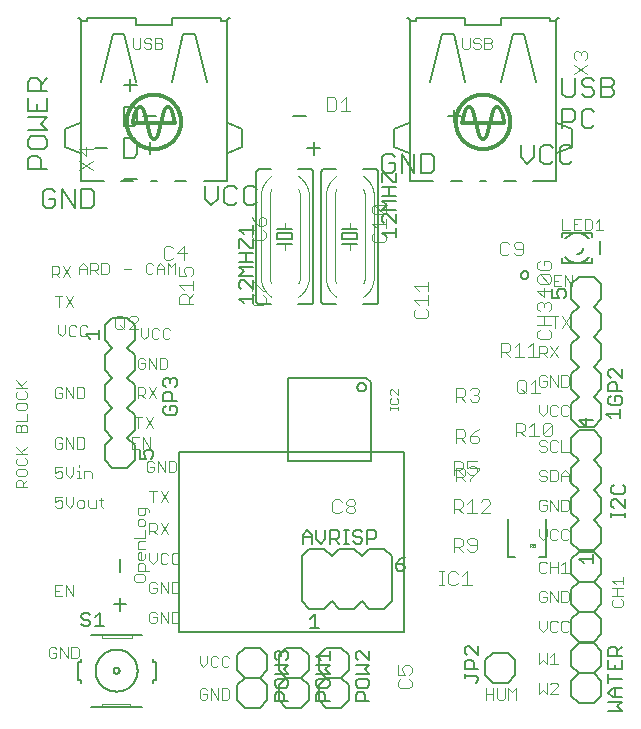
<source format=gto>
G75*
%MOIN*%
%OFA0B0*%
%FSLAX25Y25*%
%IPPOS*%
%LPD*%
%AMOC8*
5,1,8,0,0,1.08239X$1,22.5*
%
%ADD10C,0.00600*%
%ADD11C,0.00300*%
%ADD12C,0.00200*%
%ADD13C,0.00500*%
%ADD14C,0.00400*%
%ADD15R,0.00500X0.05000*%
%ADD16C,0.00800*%
%ADD17C,0.00100*%
%ADD18C,0.01200*%
%ADD19R,0.00394X0.00787*%
D10*
X0028433Y0042043D02*
X0028433Y0043043D01*
X0027433Y0043043D01*
X0027433Y0049043D01*
X0028433Y0049043D01*
X0028433Y0050043D01*
X0031933Y0058043D02*
X0035433Y0058043D01*
X0045433Y0058043D01*
X0048933Y0058043D01*
X0052433Y0050043D02*
X0052433Y0049043D01*
X0053433Y0049043D01*
X0053433Y0043043D01*
X0052433Y0043043D01*
X0052433Y0042043D01*
X0048933Y0034043D02*
X0044933Y0034043D01*
X0035433Y0034043D01*
X0031933Y0034043D01*
X0039433Y0046043D02*
X0039435Y0046106D01*
X0039441Y0046168D01*
X0039451Y0046230D01*
X0039464Y0046292D01*
X0039482Y0046352D01*
X0039503Y0046411D01*
X0039528Y0046469D01*
X0039557Y0046525D01*
X0039589Y0046579D01*
X0039624Y0046631D01*
X0039662Y0046680D01*
X0039704Y0046728D01*
X0039748Y0046772D01*
X0039796Y0046814D01*
X0039845Y0046852D01*
X0039897Y0046887D01*
X0039951Y0046919D01*
X0040007Y0046948D01*
X0040065Y0046973D01*
X0040124Y0046994D01*
X0040184Y0047012D01*
X0040246Y0047025D01*
X0040308Y0047035D01*
X0040370Y0047041D01*
X0040433Y0047043D01*
X0040496Y0047041D01*
X0040558Y0047035D01*
X0040620Y0047025D01*
X0040682Y0047012D01*
X0040742Y0046994D01*
X0040801Y0046973D01*
X0040859Y0046948D01*
X0040915Y0046919D01*
X0040969Y0046887D01*
X0041021Y0046852D01*
X0041070Y0046814D01*
X0041118Y0046772D01*
X0041162Y0046728D01*
X0041204Y0046680D01*
X0041242Y0046631D01*
X0041277Y0046579D01*
X0041309Y0046525D01*
X0041338Y0046469D01*
X0041363Y0046411D01*
X0041384Y0046352D01*
X0041402Y0046292D01*
X0041415Y0046230D01*
X0041425Y0046168D01*
X0041431Y0046106D01*
X0041433Y0046043D01*
X0041431Y0045980D01*
X0041425Y0045918D01*
X0041415Y0045856D01*
X0041402Y0045794D01*
X0041384Y0045734D01*
X0041363Y0045675D01*
X0041338Y0045617D01*
X0041309Y0045561D01*
X0041277Y0045507D01*
X0041242Y0045455D01*
X0041204Y0045406D01*
X0041162Y0045358D01*
X0041118Y0045314D01*
X0041070Y0045272D01*
X0041021Y0045234D01*
X0040969Y0045199D01*
X0040915Y0045167D01*
X0040859Y0045138D01*
X0040801Y0045113D01*
X0040742Y0045092D01*
X0040682Y0045074D01*
X0040620Y0045061D01*
X0040558Y0045051D01*
X0040496Y0045045D01*
X0040433Y0045043D01*
X0040370Y0045045D01*
X0040308Y0045051D01*
X0040246Y0045061D01*
X0040184Y0045074D01*
X0040124Y0045092D01*
X0040065Y0045113D01*
X0040007Y0045138D01*
X0039951Y0045167D01*
X0039897Y0045199D01*
X0039845Y0045234D01*
X0039796Y0045272D01*
X0039748Y0045314D01*
X0039704Y0045358D01*
X0039662Y0045406D01*
X0039624Y0045455D01*
X0039589Y0045507D01*
X0039557Y0045561D01*
X0039528Y0045617D01*
X0039503Y0045675D01*
X0039482Y0045734D01*
X0039464Y0045794D01*
X0039451Y0045856D01*
X0039441Y0045918D01*
X0039435Y0045980D01*
X0039433Y0046043D01*
X0033433Y0046043D02*
X0033435Y0046215D01*
X0033441Y0046386D01*
X0033452Y0046558D01*
X0033467Y0046729D01*
X0033486Y0046900D01*
X0033509Y0047070D01*
X0033536Y0047240D01*
X0033568Y0047409D01*
X0033603Y0047577D01*
X0033643Y0047744D01*
X0033687Y0047910D01*
X0033734Y0048075D01*
X0033786Y0048239D01*
X0033842Y0048401D01*
X0033902Y0048562D01*
X0033966Y0048722D01*
X0034034Y0048880D01*
X0034105Y0049036D01*
X0034180Y0049190D01*
X0034260Y0049343D01*
X0034342Y0049493D01*
X0034429Y0049642D01*
X0034519Y0049788D01*
X0034613Y0049932D01*
X0034710Y0050074D01*
X0034811Y0050213D01*
X0034915Y0050350D01*
X0035022Y0050484D01*
X0035133Y0050615D01*
X0035246Y0050744D01*
X0035363Y0050870D01*
X0035483Y0050993D01*
X0035606Y0051113D01*
X0035732Y0051230D01*
X0035861Y0051343D01*
X0035992Y0051454D01*
X0036126Y0051561D01*
X0036263Y0051665D01*
X0036402Y0051766D01*
X0036544Y0051863D01*
X0036688Y0051957D01*
X0036834Y0052047D01*
X0036983Y0052134D01*
X0037133Y0052216D01*
X0037286Y0052296D01*
X0037440Y0052371D01*
X0037596Y0052442D01*
X0037754Y0052510D01*
X0037914Y0052574D01*
X0038075Y0052634D01*
X0038237Y0052690D01*
X0038401Y0052742D01*
X0038566Y0052789D01*
X0038732Y0052833D01*
X0038899Y0052873D01*
X0039067Y0052908D01*
X0039236Y0052940D01*
X0039406Y0052967D01*
X0039576Y0052990D01*
X0039747Y0053009D01*
X0039918Y0053024D01*
X0040090Y0053035D01*
X0040261Y0053041D01*
X0040433Y0053043D01*
X0040605Y0053041D01*
X0040776Y0053035D01*
X0040948Y0053024D01*
X0041119Y0053009D01*
X0041290Y0052990D01*
X0041460Y0052967D01*
X0041630Y0052940D01*
X0041799Y0052908D01*
X0041967Y0052873D01*
X0042134Y0052833D01*
X0042300Y0052789D01*
X0042465Y0052742D01*
X0042629Y0052690D01*
X0042791Y0052634D01*
X0042952Y0052574D01*
X0043112Y0052510D01*
X0043270Y0052442D01*
X0043426Y0052371D01*
X0043580Y0052296D01*
X0043733Y0052216D01*
X0043883Y0052134D01*
X0044032Y0052047D01*
X0044178Y0051957D01*
X0044322Y0051863D01*
X0044464Y0051766D01*
X0044603Y0051665D01*
X0044740Y0051561D01*
X0044874Y0051454D01*
X0045005Y0051343D01*
X0045134Y0051230D01*
X0045260Y0051113D01*
X0045383Y0050993D01*
X0045503Y0050870D01*
X0045620Y0050744D01*
X0045733Y0050615D01*
X0045844Y0050484D01*
X0045951Y0050350D01*
X0046055Y0050213D01*
X0046156Y0050074D01*
X0046253Y0049932D01*
X0046347Y0049788D01*
X0046437Y0049642D01*
X0046524Y0049493D01*
X0046606Y0049343D01*
X0046686Y0049190D01*
X0046761Y0049036D01*
X0046832Y0048880D01*
X0046900Y0048722D01*
X0046964Y0048562D01*
X0047024Y0048401D01*
X0047080Y0048239D01*
X0047132Y0048075D01*
X0047179Y0047910D01*
X0047223Y0047744D01*
X0047263Y0047577D01*
X0047298Y0047409D01*
X0047330Y0047240D01*
X0047357Y0047070D01*
X0047380Y0046900D01*
X0047399Y0046729D01*
X0047414Y0046558D01*
X0047425Y0046386D01*
X0047431Y0046215D01*
X0047433Y0046043D01*
X0047431Y0045871D01*
X0047425Y0045700D01*
X0047414Y0045528D01*
X0047399Y0045357D01*
X0047380Y0045186D01*
X0047357Y0045016D01*
X0047330Y0044846D01*
X0047298Y0044677D01*
X0047263Y0044509D01*
X0047223Y0044342D01*
X0047179Y0044176D01*
X0047132Y0044011D01*
X0047080Y0043847D01*
X0047024Y0043685D01*
X0046964Y0043524D01*
X0046900Y0043364D01*
X0046832Y0043206D01*
X0046761Y0043050D01*
X0046686Y0042896D01*
X0046606Y0042743D01*
X0046524Y0042593D01*
X0046437Y0042444D01*
X0046347Y0042298D01*
X0046253Y0042154D01*
X0046156Y0042012D01*
X0046055Y0041873D01*
X0045951Y0041736D01*
X0045844Y0041602D01*
X0045733Y0041471D01*
X0045620Y0041342D01*
X0045503Y0041216D01*
X0045383Y0041093D01*
X0045260Y0040973D01*
X0045134Y0040856D01*
X0045005Y0040743D01*
X0044874Y0040632D01*
X0044740Y0040525D01*
X0044603Y0040421D01*
X0044464Y0040320D01*
X0044322Y0040223D01*
X0044178Y0040129D01*
X0044032Y0040039D01*
X0043883Y0039952D01*
X0043733Y0039870D01*
X0043580Y0039790D01*
X0043426Y0039715D01*
X0043270Y0039644D01*
X0043112Y0039576D01*
X0042952Y0039512D01*
X0042791Y0039452D01*
X0042629Y0039396D01*
X0042465Y0039344D01*
X0042300Y0039297D01*
X0042134Y0039253D01*
X0041967Y0039213D01*
X0041799Y0039178D01*
X0041630Y0039146D01*
X0041460Y0039119D01*
X0041290Y0039096D01*
X0041119Y0039077D01*
X0040948Y0039062D01*
X0040776Y0039051D01*
X0040605Y0039045D01*
X0040433Y0039043D01*
X0040261Y0039045D01*
X0040090Y0039051D01*
X0039918Y0039062D01*
X0039747Y0039077D01*
X0039576Y0039096D01*
X0039406Y0039119D01*
X0039236Y0039146D01*
X0039067Y0039178D01*
X0038899Y0039213D01*
X0038732Y0039253D01*
X0038566Y0039297D01*
X0038401Y0039344D01*
X0038237Y0039396D01*
X0038075Y0039452D01*
X0037914Y0039512D01*
X0037754Y0039576D01*
X0037596Y0039644D01*
X0037440Y0039715D01*
X0037286Y0039790D01*
X0037133Y0039870D01*
X0036983Y0039952D01*
X0036834Y0040039D01*
X0036688Y0040129D01*
X0036544Y0040223D01*
X0036402Y0040320D01*
X0036263Y0040421D01*
X0036126Y0040525D01*
X0035992Y0040632D01*
X0035861Y0040743D01*
X0035732Y0040856D01*
X0035606Y0040973D01*
X0035483Y0041093D01*
X0035363Y0041216D01*
X0035246Y0041342D01*
X0035133Y0041471D01*
X0035022Y0041602D01*
X0034915Y0041736D01*
X0034811Y0041873D01*
X0034710Y0042012D01*
X0034613Y0042154D01*
X0034519Y0042298D01*
X0034429Y0042444D01*
X0034342Y0042593D01*
X0034260Y0042743D01*
X0034180Y0042896D01*
X0034105Y0043050D01*
X0034034Y0043206D01*
X0033966Y0043364D01*
X0033902Y0043524D01*
X0033842Y0043685D01*
X0033786Y0043847D01*
X0033734Y0044011D01*
X0033687Y0044176D01*
X0033643Y0044342D01*
X0033603Y0044509D01*
X0033568Y0044677D01*
X0033536Y0044846D01*
X0033509Y0045016D01*
X0033486Y0045186D01*
X0033467Y0045357D01*
X0033452Y0045528D01*
X0033441Y0045700D01*
X0033435Y0045871D01*
X0033433Y0046043D01*
X0041600Y0066012D02*
X0041600Y0070282D01*
X0043735Y0068147D02*
X0039464Y0068147D01*
X0041600Y0078903D02*
X0041600Y0083173D01*
X0043917Y0113562D02*
X0038917Y0113562D01*
X0036417Y0116062D01*
X0036417Y0121062D01*
X0038917Y0123562D01*
X0036417Y0126062D01*
X0036417Y0131062D01*
X0038917Y0133562D01*
X0036417Y0136062D01*
X0036417Y0141062D01*
X0038917Y0143562D01*
X0036417Y0146062D01*
X0036417Y0151062D01*
X0038917Y0153562D01*
X0036417Y0156062D01*
X0036417Y0161062D01*
X0038917Y0163562D01*
X0043917Y0163562D01*
X0046417Y0161062D01*
X0046417Y0156062D01*
X0043917Y0153562D01*
X0046417Y0151062D01*
X0046417Y0146062D01*
X0043917Y0143562D01*
X0046417Y0141062D01*
X0046417Y0136062D01*
X0043917Y0133562D01*
X0046417Y0131062D01*
X0046417Y0126062D01*
X0043917Y0123562D01*
X0046417Y0121062D01*
X0046417Y0116062D01*
X0043917Y0113562D01*
X0087035Y0169228D02*
X0087035Y0212228D01*
X0087037Y0212288D01*
X0087042Y0212349D01*
X0087051Y0212408D01*
X0087064Y0212467D01*
X0087080Y0212526D01*
X0087100Y0212583D01*
X0087123Y0212638D01*
X0087150Y0212693D01*
X0087179Y0212745D01*
X0087212Y0212796D01*
X0087248Y0212845D01*
X0087286Y0212891D01*
X0087328Y0212935D01*
X0087372Y0212977D01*
X0087418Y0213015D01*
X0087467Y0213051D01*
X0087518Y0213084D01*
X0087570Y0213113D01*
X0087625Y0213140D01*
X0087680Y0213163D01*
X0087737Y0213183D01*
X0087796Y0213199D01*
X0087855Y0213212D01*
X0087914Y0213221D01*
X0087975Y0213226D01*
X0088035Y0213228D01*
X0092035Y0213228D01*
X0086030Y0207537D02*
X0083894Y0207537D01*
X0082827Y0206470D01*
X0082827Y0202200D01*
X0083894Y0201132D01*
X0086030Y0201132D01*
X0087097Y0202200D01*
X0087097Y0206470D02*
X0086030Y0207537D01*
X0080652Y0206470D02*
X0079584Y0207537D01*
X0077449Y0207537D01*
X0076381Y0206470D01*
X0076381Y0202200D01*
X0077449Y0201132D01*
X0079584Y0201132D01*
X0080652Y0202200D01*
X0074206Y0203267D02*
X0074206Y0207537D01*
X0074206Y0203267D02*
X0072071Y0201132D01*
X0069936Y0203267D01*
X0069936Y0207537D01*
X0053663Y0220232D02*
X0049393Y0220232D01*
X0051528Y0218097D02*
X0051528Y0222368D01*
X0047218Y0222368D02*
X0047218Y0218097D01*
X0046150Y0217030D01*
X0042948Y0217030D01*
X0042948Y0223435D01*
X0046150Y0223435D01*
X0047218Y0222368D01*
X0046150Y0227530D02*
X0047218Y0228597D01*
X0047218Y0232868D01*
X0046150Y0233935D01*
X0042948Y0233935D01*
X0042948Y0227530D01*
X0046150Y0227530D01*
X0049393Y0230732D02*
X0053663Y0230732D01*
X0047218Y0241232D02*
X0042948Y0241232D01*
X0045083Y0239097D02*
X0045083Y0243368D01*
X0037375Y0220067D02*
X0033105Y0220067D01*
X0031896Y0206553D02*
X0028693Y0206553D01*
X0028693Y0200148D01*
X0031896Y0200148D01*
X0032963Y0201215D01*
X0032963Y0205486D01*
X0031896Y0206553D01*
X0026518Y0206553D02*
X0026518Y0200148D01*
X0022247Y0206553D01*
X0022247Y0200148D01*
X0020072Y0201215D02*
X0020072Y0203350D01*
X0017937Y0203350D01*
X0015802Y0201215D02*
X0016870Y0200148D01*
X0019005Y0200148D01*
X0020072Y0201215D01*
X0015802Y0201215D02*
X0015802Y0205486D01*
X0016870Y0206553D01*
X0019005Y0206553D01*
X0020072Y0205486D01*
X0017233Y0213341D02*
X0010828Y0213341D01*
X0010828Y0216543D01*
X0011896Y0217611D01*
X0014031Y0217611D01*
X0015098Y0216543D01*
X0015098Y0213341D01*
X0016166Y0219786D02*
X0011896Y0219786D01*
X0010828Y0220854D01*
X0010828Y0222989D01*
X0011896Y0224056D01*
X0016166Y0224056D01*
X0017233Y0222989D01*
X0017233Y0220854D01*
X0016166Y0219786D01*
X0017233Y0226232D02*
X0010828Y0226232D01*
X0010828Y0230502D02*
X0017233Y0230502D01*
X0015098Y0228367D01*
X0017233Y0226232D01*
X0017233Y0232677D02*
X0017233Y0236947D01*
X0017233Y0239123D02*
X0010828Y0239123D01*
X0010828Y0242325D01*
X0011896Y0243393D01*
X0014031Y0243393D01*
X0015098Y0242325D01*
X0015098Y0239123D01*
X0015098Y0241258D02*
X0017233Y0243393D01*
X0010828Y0236947D02*
X0010828Y0232677D01*
X0017233Y0232677D01*
X0014031Y0232677D02*
X0014031Y0234812D01*
X0042948Y0209732D02*
X0047218Y0209732D01*
X0087035Y0169228D02*
X0087037Y0169168D01*
X0087042Y0169107D01*
X0087051Y0169048D01*
X0087064Y0168989D01*
X0087080Y0168930D01*
X0087100Y0168873D01*
X0087123Y0168818D01*
X0087150Y0168763D01*
X0087179Y0168711D01*
X0087212Y0168660D01*
X0087248Y0168611D01*
X0087286Y0168565D01*
X0087328Y0168521D01*
X0087372Y0168479D01*
X0087418Y0168441D01*
X0087467Y0168405D01*
X0087518Y0168372D01*
X0087570Y0168343D01*
X0087625Y0168316D01*
X0087680Y0168293D01*
X0087737Y0168273D01*
X0087796Y0168257D01*
X0087855Y0168244D01*
X0087914Y0168235D01*
X0087975Y0168230D01*
X0088035Y0168228D01*
X0092035Y0168228D01*
X0101035Y0168228D02*
X0105035Y0168228D01*
X0105095Y0168230D01*
X0105156Y0168235D01*
X0105215Y0168244D01*
X0105274Y0168257D01*
X0105333Y0168273D01*
X0105390Y0168293D01*
X0105445Y0168316D01*
X0105500Y0168343D01*
X0105552Y0168372D01*
X0105603Y0168405D01*
X0105652Y0168441D01*
X0105698Y0168479D01*
X0105742Y0168521D01*
X0105784Y0168565D01*
X0105822Y0168611D01*
X0105858Y0168660D01*
X0105891Y0168711D01*
X0105920Y0168763D01*
X0105947Y0168818D01*
X0105970Y0168873D01*
X0105990Y0168930D01*
X0106006Y0168989D01*
X0106019Y0169048D01*
X0106028Y0169107D01*
X0106033Y0169168D01*
X0106035Y0169228D01*
X0106035Y0212228D01*
X0106033Y0212288D01*
X0106028Y0212349D01*
X0106019Y0212408D01*
X0106006Y0212467D01*
X0105990Y0212526D01*
X0105970Y0212583D01*
X0105947Y0212638D01*
X0105920Y0212693D01*
X0105891Y0212745D01*
X0105858Y0212796D01*
X0105822Y0212845D01*
X0105784Y0212891D01*
X0105742Y0212935D01*
X0105698Y0212977D01*
X0105652Y0213015D01*
X0105603Y0213051D01*
X0105552Y0213084D01*
X0105500Y0213113D01*
X0105445Y0213140D01*
X0105390Y0213163D01*
X0105333Y0213183D01*
X0105274Y0213199D01*
X0105215Y0213212D01*
X0105156Y0213221D01*
X0105095Y0213226D01*
X0105035Y0213228D01*
X0101035Y0213228D01*
X0106141Y0217932D02*
X0106141Y0222202D01*
X0104006Y0220067D02*
X0108276Y0220067D01*
X0109689Y0213228D02*
X0113689Y0213228D01*
X0109689Y0213228D02*
X0109629Y0213226D01*
X0109568Y0213221D01*
X0109509Y0213212D01*
X0109450Y0213199D01*
X0109391Y0213183D01*
X0109334Y0213163D01*
X0109279Y0213140D01*
X0109224Y0213113D01*
X0109172Y0213084D01*
X0109121Y0213051D01*
X0109072Y0213015D01*
X0109026Y0212977D01*
X0108982Y0212935D01*
X0108940Y0212891D01*
X0108902Y0212845D01*
X0108866Y0212796D01*
X0108833Y0212745D01*
X0108804Y0212693D01*
X0108777Y0212638D01*
X0108754Y0212583D01*
X0108734Y0212526D01*
X0108718Y0212467D01*
X0108705Y0212408D01*
X0108696Y0212349D01*
X0108691Y0212288D01*
X0108689Y0212228D01*
X0108689Y0169228D01*
X0108691Y0169168D01*
X0108696Y0169107D01*
X0108705Y0169048D01*
X0108718Y0168989D01*
X0108734Y0168930D01*
X0108754Y0168873D01*
X0108777Y0168818D01*
X0108804Y0168763D01*
X0108833Y0168711D01*
X0108866Y0168660D01*
X0108902Y0168611D01*
X0108940Y0168565D01*
X0108982Y0168521D01*
X0109026Y0168479D01*
X0109072Y0168441D01*
X0109121Y0168405D01*
X0109172Y0168372D01*
X0109224Y0168343D01*
X0109279Y0168316D01*
X0109334Y0168293D01*
X0109391Y0168273D01*
X0109450Y0168257D01*
X0109509Y0168244D01*
X0109568Y0168235D01*
X0109629Y0168230D01*
X0109689Y0168228D01*
X0113689Y0168228D01*
X0122689Y0168228D02*
X0126689Y0168228D01*
X0126749Y0168230D01*
X0126810Y0168235D01*
X0126869Y0168244D01*
X0126928Y0168257D01*
X0126987Y0168273D01*
X0127044Y0168293D01*
X0127099Y0168316D01*
X0127154Y0168343D01*
X0127206Y0168372D01*
X0127257Y0168405D01*
X0127306Y0168441D01*
X0127352Y0168479D01*
X0127396Y0168521D01*
X0127438Y0168565D01*
X0127476Y0168611D01*
X0127512Y0168660D01*
X0127545Y0168711D01*
X0127574Y0168763D01*
X0127601Y0168818D01*
X0127624Y0168873D01*
X0127644Y0168930D01*
X0127660Y0168989D01*
X0127673Y0169048D01*
X0127682Y0169107D01*
X0127687Y0169168D01*
X0127689Y0169228D01*
X0127689Y0212228D01*
X0127687Y0212288D01*
X0127682Y0212349D01*
X0127673Y0212408D01*
X0127660Y0212467D01*
X0127644Y0212526D01*
X0127624Y0212583D01*
X0127601Y0212638D01*
X0127574Y0212693D01*
X0127545Y0212745D01*
X0127512Y0212796D01*
X0127476Y0212845D01*
X0127438Y0212891D01*
X0127396Y0212935D01*
X0127352Y0212977D01*
X0127306Y0213015D01*
X0127257Y0213051D01*
X0127206Y0213084D01*
X0127154Y0213113D01*
X0127099Y0213140D01*
X0127044Y0213163D01*
X0126987Y0213183D01*
X0126928Y0213199D01*
X0126869Y0213212D01*
X0126810Y0213221D01*
X0126749Y0213226D01*
X0126689Y0213228D01*
X0122689Y0213228D01*
X0128991Y0213026D02*
X0130059Y0211959D01*
X0132194Y0211959D01*
X0133261Y0213026D01*
X0133261Y0215162D01*
X0131126Y0215162D01*
X0128991Y0217297D02*
X0128991Y0213026D01*
X0128991Y0217297D02*
X0130059Y0218364D01*
X0132194Y0218364D01*
X0133261Y0217297D01*
X0135436Y0218364D02*
X0135436Y0211959D01*
X0139707Y0211959D02*
X0135436Y0218364D01*
X0139707Y0218364D02*
X0139707Y0211959D01*
X0141882Y0211959D02*
X0145085Y0211959D01*
X0146152Y0213026D01*
X0146152Y0217297D01*
X0145085Y0218364D01*
X0141882Y0218364D01*
X0141882Y0211959D01*
X0152995Y0228759D02*
X0152995Y0233029D01*
X0150860Y0230894D02*
X0155130Y0230894D01*
X0175251Y0221317D02*
X0175251Y0217047D01*
X0177386Y0214912D01*
X0179521Y0217047D01*
X0179521Y0221317D01*
X0181696Y0220249D02*
X0181696Y0215979D01*
X0182764Y0214912D01*
X0184899Y0214912D01*
X0185967Y0215979D01*
X0188142Y0215979D02*
X0189209Y0214912D01*
X0191345Y0214912D01*
X0192412Y0215979D01*
X0192412Y0220249D02*
X0191345Y0221317D01*
X0189209Y0221317D01*
X0188142Y0220249D01*
X0188142Y0215979D01*
X0185967Y0220249D02*
X0184899Y0221317D01*
X0182764Y0221317D01*
X0181696Y0220249D01*
X0189030Y0226723D02*
X0189030Y0233128D01*
X0192233Y0233128D01*
X0193301Y0232060D01*
X0193301Y0229925D01*
X0192233Y0228858D01*
X0189030Y0228858D01*
X0190098Y0237223D02*
X0192233Y0237223D01*
X0193301Y0238290D01*
X0193301Y0243628D01*
X0195476Y0242560D02*
X0195476Y0241493D01*
X0196543Y0240425D01*
X0198679Y0240425D01*
X0199746Y0239358D01*
X0199746Y0238290D01*
X0198679Y0237223D01*
X0196543Y0237223D01*
X0195476Y0238290D01*
X0195476Y0242560D02*
X0196543Y0243628D01*
X0198679Y0243628D01*
X0199746Y0242560D01*
X0201921Y0243628D02*
X0205124Y0243628D01*
X0206192Y0242560D01*
X0206192Y0241493D01*
X0205124Y0240425D01*
X0201921Y0240425D01*
X0201921Y0237223D02*
X0205124Y0237223D01*
X0206192Y0238290D01*
X0206192Y0239358D01*
X0205124Y0240425D01*
X0201921Y0237223D02*
X0201921Y0243628D01*
X0198679Y0233128D02*
X0196543Y0233128D01*
X0195476Y0232060D01*
X0195476Y0227790D01*
X0196543Y0226723D01*
X0198679Y0226723D01*
X0199746Y0227790D01*
X0199746Y0232060D02*
X0198679Y0233128D01*
X0190098Y0237223D02*
X0189030Y0238290D01*
X0189030Y0243628D01*
X0188976Y0191948D02*
X0188976Y0190448D01*
X0188976Y0191948D02*
X0193976Y0191948D01*
X0198976Y0191948D01*
X0198976Y0190448D01*
X0198976Y0183448D02*
X0198976Y0181948D01*
X0193976Y0181948D01*
X0188976Y0181948D01*
X0188976Y0183448D01*
X0190072Y0183824D02*
X0190161Y0183716D01*
X0190253Y0183611D01*
X0190348Y0183508D01*
X0190445Y0183408D01*
X0190546Y0183310D01*
X0190649Y0183216D01*
X0190755Y0183124D01*
X0190863Y0183035D01*
X0190974Y0182950D01*
X0191087Y0182867D01*
X0191202Y0182788D01*
X0191320Y0182712D01*
X0191440Y0182639D01*
X0191561Y0182570D01*
X0191685Y0182504D01*
X0191810Y0182441D01*
X0191937Y0182383D01*
X0192066Y0182327D01*
X0192196Y0182276D01*
X0192327Y0182228D01*
X0192460Y0182183D01*
X0192594Y0182143D01*
X0192729Y0182106D01*
X0192865Y0182073D01*
X0193002Y0182044D01*
X0193140Y0182018D01*
X0193278Y0181997D01*
X0193417Y0181979D01*
X0193557Y0181966D01*
X0193696Y0181956D01*
X0193836Y0181950D01*
X0193976Y0181948D01*
X0190072Y0190072D02*
X0190161Y0190180D01*
X0190253Y0190285D01*
X0190348Y0190388D01*
X0190445Y0190488D01*
X0190546Y0190586D01*
X0190649Y0190680D01*
X0190755Y0190772D01*
X0190863Y0190861D01*
X0190974Y0190946D01*
X0191087Y0191029D01*
X0191202Y0191108D01*
X0191320Y0191184D01*
X0191440Y0191257D01*
X0191561Y0191326D01*
X0191685Y0191392D01*
X0191810Y0191455D01*
X0191937Y0191513D01*
X0192066Y0191569D01*
X0192196Y0191620D01*
X0192327Y0191668D01*
X0192460Y0191713D01*
X0192594Y0191753D01*
X0192729Y0191790D01*
X0192865Y0191823D01*
X0193002Y0191852D01*
X0193140Y0191878D01*
X0193278Y0191899D01*
X0193417Y0191917D01*
X0193557Y0191930D01*
X0193696Y0191940D01*
X0193836Y0191946D01*
X0193976Y0191948D01*
X0195976Y0186948D02*
X0195974Y0186861D01*
X0195968Y0186774D01*
X0195959Y0186687D01*
X0195946Y0186601D01*
X0195929Y0186515D01*
X0195908Y0186430D01*
X0195883Y0186347D01*
X0195855Y0186264D01*
X0195824Y0186183D01*
X0195789Y0186103D01*
X0195750Y0186025D01*
X0195708Y0185948D01*
X0195663Y0185873D01*
X0195614Y0185801D01*
X0195563Y0185730D01*
X0195508Y0185662D01*
X0195451Y0185597D01*
X0195390Y0185534D01*
X0195327Y0185473D01*
X0195262Y0185416D01*
X0195194Y0185361D01*
X0195123Y0185310D01*
X0195051Y0185261D01*
X0194976Y0185216D01*
X0194899Y0185174D01*
X0194821Y0185135D01*
X0194741Y0185100D01*
X0194660Y0185069D01*
X0194577Y0185041D01*
X0194494Y0185016D01*
X0194409Y0184995D01*
X0194323Y0184978D01*
X0194237Y0184965D01*
X0194150Y0184956D01*
X0194063Y0184950D01*
X0193976Y0184948D01*
X0197880Y0190072D02*
X0197791Y0190180D01*
X0197699Y0190285D01*
X0197604Y0190388D01*
X0197507Y0190488D01*
X0197406Y0190586D01*
X0197303Y0190680D01*
X0197197Y0190772D01*
X0197089Y0190861D01*
X0196978Y0190946D01*
X0196865Y0191029D01*
X0196750Y0191108D01*
X0196632Y0191184D01*
X0196512Y0191257D01*
X0196391Y0191326D01*
X0196267Y0191392D01*
X0196142Y0191455D01*
X0196015Y0191513D01*
X0195886Y0191569D01*
X0195756Y0191620D01*
X0195625Y0191668D01*
X0195492Y0191713D01*
X0195358Y0191753D01*
X0195223Y0191790D01*
X0195087Y0191823D01*
X0194950Y0191852D01*
X0194812Y0191878D01*
X0194674Y0191899D01*
X0194535Y0191917D01*
X0194395Y0191930D01*
X0194256Y0191940D01*
X0194116Y0191946D01*
X0193976Y0191948D01*
X0197880Y0183824D02*
X0197791Y0183716D01*
X0197699Y0183611D01*
X0197604Y0183508D01*
X0197507Y0183408D01*
X0197406Y0183310D01*
X0197303Y0183216D01*
X0197197Y0183124D01*
X0197089Y0183035D01*
X0196978Y0182950D01*
X0196865Y0182867D01*
X0196750Y0182788D01*
X0196632Y0182712D01*
X0196512Y0182639D01*
X0196391Y0182570D01*
X0196267Y0182504D01*
X0196142Y0182441D01*
X0196015Y0182383D01*
X0195886Y0182327D01*
X0195756Y0182276D01*
X0195625Y0182228D01*
X0195492Y0182183D01*
X0195358Y0182143D01*
X0195223Y0182106D01*
X0195087Y0182073D01*
X0194950Y0182044D01*
X0194812Y0182018D01*
X0194674Y0181997D01*
X0194535Y0181979D01*
X0194395Y0181966D01*
X0194256Y0181956D01*
X0194116Y0181950D01*
X0193976Y0181948D01*
X0194429Y0177342D02*
X0199429Y0177342D01*
X0201929Y0174842D01*
X0201929Y0169842D01*
X0199429Y0167342D01*
X0201929Y0164842D01*
X0201929Y0159842D01*
X0199429Y0157342D01*
X0201929Y0154842D01*
X0201929Y0149842D01*
X0199429Y0147342D01*
X0201929Y0144842D01*
X0201929Y0139842D01*
X0199429Y0137342D01*
X0201929Y0134842D01*
X0201929Y0129842D01*
X0199429Y0127342D01*
X0194429Y0127342D01*
X0191929Y0129842D01*
X0191929Y0134842D01*
X0194429Y0137342D01*
X0191929Y0139842D01*
X0191929Y0144842D01*
X0194429Y0147342D01*
X0191929Y0149842D01*
X0191929Y0154842D01*
X0194429Y0157342D01*
X0191929Y0159842D01*
X0191929Y0164842D01*
X0194429Y0167342D01*
X0191929Y0169842D01*
X0191929Y0174842D01*
X0194429Y0177342D01*
X0194429Y0126082D02*
X0199429Y0126082D01*
X0201929Y0123582D01*
X0201929Y0118582D01*
X0199429Y0116082D01*
X0201929Y0113582D01*
X0201929Y0108582D01*
X0199429Y0106082D01*
X0201929Y0103582D01*
X0201929Y0098582D01*
X0199429Y0096082D01*
X0201929Y0093582D01*
X0201929Y0088582D01*
X0199429Y0086082D01*
X0194429Y0086082D01*
X0191929Y0088582D01*
X0191929Y0093582D01*
X0194429Y0096082D01*
X0191929Y0098582D01*
X0191929Y0103582D01*
X0194429Y0106082D01*
X0191929Y0108582D01*
X0191929Y0113582D01*
X0194429Y0116082D01*
X0191929Y0118582D01*
X0191929Y0123582D01*
X0194429Y0126082D01*
X0194429Y0085649D02*
X0191929Y0083149D01*
X0191929Y0078149D01*
X0194429Y0075649D01*
X0199429Y0075649D01*
X0201929Y0078149D01*
X0201929Y0083149D01*
X0199429Y0085649D01*
X0194429Y0085649D01*
X0194429Y0075649D02*
X0191929Y0073149D01*
X0191929Y0068149D01*
X0194429Y0065649D01*
X0199429Y0065649D01*
X0201929Y0068149D01*
X0201929Y0073149D01*
X0199429Y0075649D01*
X0199429Y0065649D02*
X0201929Y0063149D01*
X0201929Y0058149D01*
X0199429Y0055649D01*
X0194429Y0055649D01*
X0191929Y0058149D01*
X0191929Y0063149D01*
X0194429Y0065649D01*
X0194429Y0055058D02*
X0191929Y0052558D01*
X0191929Y0047558D01*
X0194429Y0045058D01*
X0191929Y0042558D01*
X0191929Y0037558D01*
X0194429Y0035058D01*
X0199429Y0035058D01*
X0201929Y0037558D01*
X0201929Y0042558D01*
X0199429Y0045058D01*
X0194429Y0045058D01*
X0199429Y0045058D02*
X0201929Y0047558D01*
X0201929Y0052558D01*
X0199429Y0055058D01*
X0194429Y0055058D01*
X0173386Y0049527D02*
X0173386Y0044527D01*
X0170886Y0042027D01*
X0165886Y0042027D01*
X0163386Y0044527D01*
X0163386Y0049527D01*
X0165886Y0052027D01*
X0170886Y0052027D01*
X0173386Y0049527D01*
X0132205Y0069054D02*
X0129705Y0066554D01*
X0124705Y0066554D01*
X0122205Y0069054D01*
X0119705Y0066554D01*
X0114705Y0066554D01*
X0112205Y0069054D01*
X0109705Y0066554D01*
X0104705Y0066554D01*
X0102205Y0069054D01*
X0102205Y0084054D01*
X0104705Y0086554D01*
X0109705Y0086554D01*
X0112205Y0084054D01*
X0114705Y0086554D01*
X0119705Y0086554D01*
X0122205Y0084054D01*
X0124705Y0086554D01*
X0129705Y0086554D01*
X0132205Y0084054D01*
X0132205Y0069054D01*
X0115276Y0053582D02*
X0117776Y0051082D01*
X0117776Y0046082D01*
X0115276Y0043582D01*
X0117776Y0041082D01*
X0117776Y0036082D01*
X0115276Y0033582D01*
X0110276Y0033582D01*
X0107776Y0036082D01*
X0107776Y0041082D01*
X0110276Y0043582D01*
X0107776Y0046082D01*
X0107776Y0051082D01*
X0110276Y0053582D01*
X0115276Y0053582D01*
X0115276Y0043582D02*
X0110276Y0043582D01*
X0104488Y0041082D02*
X0104488Y0036082D01*
X0101988Y0033582D01*
X0096988Y0033582D01*
X0094488Y0036082D01*
X0094488Y0041082D01*
X0096988Y0043582D01*
X0094488Y0046082D01*
X0094488Y0051082D01*
X0096988Y0053582D01*
X0101988Y0053582D01*
X0104488Y0051082D01*
X0104488Y0046082D01*
X0101988Y0043582D01*
X0104488Y0041082D01*
X0101988Y0043582D02*
X0096988Y0043582D01*
X0090709Y0041082D02*
X0090709Y0036082D01*
X0088209Y0033582D01*
X0083209Y0033582D01*
X0080709Y0036082D01*
X0080709Y0041082D01*
X0083209Y0043582D01*
X0080709Y0046082D01*
X0080709Y0051082D01*
X0083209Y0053582D01*
X0088209Y0053582D01*
X0090709Y0051082D01*
X0090709Y0046082D01*
X0088209Y0043582D01*
X0090709Y0041082D01*
X0088209Y0043582D02*
X0083209Y0043582D01*
X0097500Y0115905D02*
X0097500Y0143503D01*
X0123701Y0143503D01*
X0125098Y0142106D01*
X0125098Y0115905D01*
X0097500Y0115905D01*
X0120685Y0140504D02*
X0120687Y0140579D01*
X0120693Y0140653D01*
X0120703Y0140727D01*
X0120716Y0140800D01*
X0120734Y0140873D01*
X0120755Y0140944D01*
X0120780Y0141015D01*
X0120809Y0141084D01*
X0120842Y0141151D01*
X0120878Y0141216D01*
X0120917Y0141280D01*
X0120959Y0141341D01*
X0121005Y0141400D01*
X0121054Y0141457D01*
X0121106Y0141510D01*
X0121160Y0141561D01*
X0121217Y0141610D01*
X0121277Y0141654D01*
X0121339Y0141696D01*
X0121403Y0141735D01*
X0121469Y0141770D01*
X0121536Y0141801D01*
X0121606Y0141829D01*
X0121676Y0141853D01*
X0121748Y0141874D01*
X0121821Y0141890D01*
X0121894Y0141903D01*
X0121969Y0141912D01*
X0122043Y0141917D01*
X0122118Y0141918D01*
X0122192Y0141915D01*
X0122267Y0141908D01*
X0122340Y0141897D01*
X0122414Y0141883D01*
X0122486Y0141864D01*
X0122557Y0141842D01*
X0122627Y0141816D01*
X0122696Y0141786D01*
X0122762Y0141753D01*
X0122827Y0141716D01*
X0122890Y0141676D01*
X0122951Y0141632D01*
X0123009Y0141586D01*
X0123065Y0141536D01*
X0123118Y0141484D01*
X0123169Y0141429D01*
X0123216Y0141371D01*
X0123260Y0141311D01*
X0123301Y0141248D01*
X0123339Y0141184D01*
X0123373Y0141118D01*
X0123404Y0141049D01*
X0123431Y0140980D01*
X0123454Y0140909D01*
X0123473Y0140837D01*
X0123489Y0140764D01*
X0123501Y0140690D01*
X0123509Y0140616D01*
X0123513Y0140541D01*
X0123513Y0140467D01*
X0123509Y0140392D01*
X0123501Y0140318D01*
X0123489Y0140244D01*
X0123473Y0140171D01*
X0123454Y0140099D01*
X0123431Y0140028D01*
X0123404Y0139959D01*
X0123373Y0139890D01*
X0123339Y0139824D01*
X0123301Y0139760D01*
X0123260Y0139697D01*
X0123216Y0139637D01*
X0123169Y0139579D01*
X0123118Y0139524D01*
X0123065Y0139472D01*
X0123009Y0139422D01*
X0122951Y0139376D01*
X0122890Y0139332D01*
X0122827Y0139292D01*
X0122762Y0139255D01*
X0122696Y0139222D01*
X0122627Y0139192D01*
X0122557Y0139166D01*
X0122486Y0139144D01*
X0122414Y0139125D01*
X0122340Y0139111D01*
X0122267Y0139100D01*
X0122192Y0139093D01*
X0122118Y0139090D01*
X0122043Y0139091D01*
X0121969Y0139096D01*
X0121894Y0139105D01*
X0121821Y0139118D01*
X0121748Y0139134D01*
X0121676Y0139155D01*
X0121606Y0139179D01*
X0121536Y0139207D01*
X0121469Y0139238D01*
X0121403Y0139273D01*
X0121339Y0139312D01*
X0121277Y0139354D01*
X0121217Y0139398D01*
X0121160Y0139447D01*
X0121106Y0139498D01*
X0121054Y0139551D01*
X0121005Y0139608D01*
X0120959Y0139667D01*
X0120917Y0139728D01*
X0120878Y0139792D01*
X0120842Y0139857D01*
X0120809Y0139924D01*
X0120780Y0139993D01*
X0120755Y0140064D01*
X0120734Y0140135D01*
X0120716Y0140208D01*
X0120703Y0140281D01*
X0120693Y0140355D01*
X0120687Y0140429D01*
X0120685Y0140504D01*
X0120689Y0188228D02*
X0118189Y0188228D01*
X0115689Y0188228D01*
X0115689Y0189728D02*
X0120689Y0189728D01*
X0120689Y0191728D01*
X0115689Y0191728D01*
X0115689Y0189728D01*
X0115689Y0193228D02*
X0118189Y0193228D01*
X0120689Y0193228D01*
X0099035Y0193228D02*
X0096535Y0193228D01*
X0094035Y0193228D01*
X0094035Y0191728D02*
X0094035Y0189728D01*
X0099035Y0189728D01*
X0099035Y0191728D01*
X0094035Y0191728D01*
X0094035Y0188228D02*
X0096535Y0188228D01*
X0099035Y0188228D01*
X0099296Y0230894D02*
X0103566Y0230894D01*
D11*
X0059984Y0181864D02*
X0059984Y0178161D01*
X0057515Y0178161D02*
X0057515Y0181864D01*
X0058749Y0180630D01*
X0059984Y0181864D01*
X0056300Y0180630D02*
X0056300Y0178161D01*
X0056300Y0180013D02*
X0053832Y0180013D01*
X0053832Y0180630D02*
X0055066Y0181864D01*
X0056300Y0180630D01*
X0053832Y0180630D02*
X0053832Y0178161D01*
X0052617Y0178778D02*
X0052000Y0178161D01*
X0050766Y0178161D01*
X0050148Y0178778D01*
X0050148Y0181247D01*
X0050766Y0181864D01*
X0052000Y0181864D01*
X0052617Y0181247D01*
X0045251Y0180013D02*
X0042782Y0180013D01*
X0037885Y0181247D02*
X0037267Y0181864D01*
X0035416Y0181864D01*
X0035416Y0178161D01*
X0037267Y0178161D01*
X0037885Y0178778D01*
X0037885Y0181247D01*
X0034202Y0181247D02*
X0034202Y0180013D01*
X0033584Y0179396D01*
X0031733Y0179396D01*
X0032967Y0179396D02*
X0034202Y0178161D01*
X0031733Y0178161D02*
X0031733Y0181864D01*
X0033584Y0181864D01*
X0034202Y0181247D01*
X0030518Y0180630D02*
X0030518Y0178161D01*
X0030518Y0180013D02*
X0028050Y0180013D01*
X0028050Y0180630D02*
X0029284Y0181864D01*
X0030518Y0180630D01*
X0028050Y0180630D02*
X0028050Y0178161D01*
X0025081Y0177098D02*
X0022613Y0180801D01*
X0021398Y0180184D02*
X0021398Y0178950D01*
X0020781Y0178333D01*
X0018930Y0178333D01*
X0020164Y0178333D02*
X0021398Y0177098D01*
X0022613Y0177098D02*
X0025081Y0180801D01*
X0021398Y0180184D02*
X0020781Y0180801D01*
X0018930Y0180801D01*
X0018930Y0177098D01*
X0019914Y0170959D02*
X0022383Y0170959D01*
X0023597Y0170959D02*
X0026066Y0167256D01*
X0023597Y0167256D02*
X0026066Y0170959D01*
X0021148Y0170959D02*
X0021148Y0167256D01*
X0020898Y0161116D02*
X0020898Y0158648D01*
X0022132Y0157413D01*
X0023367Y0158648D01*
X0023367Y0161116D01*
X0024581Y0160499D02*
X0024581Y0158030D01*
X0025198Y0157413D01*
X0026433Y0157413D01*
X0027050Y0158030D01*
X0028264Y0158030D02*
X0028264Y0160499D01*
X0028882Y0161116D01*
X0030116Y0161116D01*
X0030733Y0160499D01*
X0030733Y0158030D02*
X0030116Y0157413D01*
X0028882Y0157413D01*
X0028264Y0158030D01*
X0027050Y0160499D02*
X0026433Y0161116D01*
X0025198Y0161116D01*
X0024581Y0160499D01*
X0023597Y0140447D02*
X0026066Y0136744D01*
X0026066Y0140447D01*
X0027280Y0140447D02*
X0029132Y0140447D01*
X0029749Y0139830D01*
X0029749Y0137361D01*
X0029132Y0136744D01*
X0027280Y0136744D01*
X0027280Y0140447D01*
X0023597Y0140447D02*
X0023597Y0136744D01*
X0022383Y0137361D02*
X0022383Y0138595D01*
X0021148Y0138595D01*
X0019914Y0139830D02*
X0019914Y0137361D01*
X0020531Y0136744D01*
X0021765Y0136744D01*
X0022383Y0137361D01*
X0022383Y0139830D02*
X0021765Y0140447D01*
X0020531Y0140447D01*
X0019914Y0139830D01*
X0010525Y0140276D02*
X0006822Y0140276D01*
X0007439Y0139062D02*
X0006822Y0138444D01*
X0006822Y0137210D01*
X0007439Y0136593D01*
X0009908Y0136593D01*
X0010525Y0137210D01*
X0010525Y0138444D01*
X0009908Y0139062D01*
X0009291Y0140276D02*
X0006822Y0142745D01*
X0008674Y0140893D02*
X0010525Y0142745D01*
X0009908Y0135378D02*
X0007439Y0135378D01*
X0006822Y0134761D01*
X0006822Y0133527D01*
X0007439Y0132910D01*
X0009908Y0132910D01*
X0010525Y0133527D01*
X0010525Y0134761D01*
X0009908Y0135378D01*
X0010525Y0131695D02*
X0010525Y0129227D01*
X0006822Y0129227D01*
X0007439Y0128012D02*
X0006822Y0127395D01*
X0006822Y0125543D01*
X0010525Y0125543D01*
X0010525Y0127395D01*
X0009908Y0128012D01*
X0009291Y0128012D01*
X0008674Y0127395D01*
X0008674Y0125543D01*
X0008674Y0127395D02*
X0008056Y0128012D01*
X0007439Y0128012D01*
X0006822Y0120646D02*
X0009291Y0118177D01*
X0008674Y0118794D02*
X0010525Y0120646D01*
X0010525Y0118177D02*
X0006822Y0118177D01*
X0007439Y0116963D02*
X0006822Y0116346D01*
X0006822Y0115111D01*
X0007439Y0114494D01*
X0009908Y0114494D01*
X0010525Y0115111D01*
X0010525Y0116346D01*
X0009908Y0116963D01*
X0009908Y0113280D02*
X0007439Y0113280D01*
X0006822Y0112662D01*
X0006822Y0111428D01*
X0007439Y0110811D01*
X0009908Y0110811D01*
X0010525Y0111428D01*
X0010525Y0112662D01*
X0009908Y0113280D01*
X0010525Y0109596D02*
X0009291Y0108362D01*
X0009291Y0108979D02*
X0009291Y0107128D01*
X0010525Y0107128D02*
X0006822Y0107128D01*
X0006822Y0108979D01*
X0007439Y0109596D01*
X0008674Y0109596D01*
X0009291Y0108979D01*
X0019914Y0110786D02*
X0020531Y0110169D01*
X0021765Y0110169D01*
X0022383Y0110786D01*
X0022383Y0112021D01*
X0021765Y0112638D01*
X0021148Y0112638D01*
X0019914Y0112021D01*
X0019914Y0113872D01*
X0022383Y0113872D01*
X0023597Y0113872D02*
X0023597Y0111403D01*
X0024831Y0110169D01*
X0026066Y0111403D01*
X0026066Y0113872D01*
X0027280Y0112638D02*
X0027897Y0112638D01*
X0027897Y0110169D01*
X0027280Y0110169D02*
X0028514Y0110169D01*
X0029735Y0110169D02*
X0029735Y0112638D01*
X0031587Y0112638D01*
X0032204Y0112021D01*
X0032204Y0110169D01*
X0027897Y0113872D02*
X0027897Y0114489D01*
X0027280Y0120012D02*
X0029132Y0120012D01*
X0029749Y0120629D01*
X0029749Y0123098D01*
X0029132Y0123715D01*
X0027280Y0123715D01*
X0027280Y0120012D01*
X0026066Y0120012D02*
X0026066Y0123715D01*
X0023597Y0123715D02*
X0023597Y0120012D01*
X0022383Y0120629D02*
X0022383Y0121863D01*
X0021148Y0121863D01*
X0019914Y0123098D02*
X0019914Y0120629D01*
X0020531Y0120012D01*
X0021765Y0120012D01*
X0022383Y0120629D01*
X0022383Y0123098D02*
X0021765Y0123715D01*
X0020531Y0123715D01*
X0019914Y0123098D01*
X0023597Y0123715D02*
X0026066Y0120012D01*
X0026066Y0104030D02*
X0026066Y0101561D01*
X0024831Y0100327D01*
X0023597Y0101561D01*
X0023597Y0104030D01*
X0022383Y0104030D02*
X0019914Y0104030D01*
X0019914Y0102178D01*
X0021148Y0102795D01*
X0021765Y0102795D01*
X0022383Y0102178D01*
X0022383Y0100944D01*
X0021765Y0100327D01*
X0020531Y0100327D01*
X0019914Y0100944D01*
X0027280Y0100944D02*
X0027897Y0100327D01*
X0029132Y0100327D01*
X0029749Y0100944D01*
X0029749Y0102178D01*
X0029132Y0102795D01*
X0027897Y0102795D01*
X0027280Y0102178D01*
X0027280Y0100944D01*
X0030963Y0100944D02*
X0031580Y0100327D01*
X0033432Y0100327D01*
X0033432Y0102795D01*
X0034646Y0102795D02*
X0035881Y0102795D01*
X0035264Y0103412D02*
X0035264Y0100944D01*
X0035881Y0100327D01*
X0030963Y0100944D02*
X0030963Y0102795D01*
X0046192Y0090364D02*
X0049895Y0090364D01*
X0049895Y0092833D01*
X0049278Y0094047D02*
X0049895Y0094665D01*
X0049895Y0095899D01*
X0049278Y0096516D01*
X0048044Y0096516D01*
X0047427Y0095899D01*
X0047427Y0094665D01*
X0048044Y0094047D01*
X0049278Y0094047D01*
X0051410Y0095171D02*
X0051410Y0091468D01*
X0051410Y0092703D02*
X0053261Y0092703D01*
X0053879Y0093320D01*
X0053879Y0094554D01*
X0053261Y0095171D01*
X0051410Y0095171D01*
X0052644Y0092703D02*
X0053879Y0091468D01*
X0055093Y0091468D02*
X0057562Y0095171D01*
X0055093Y0095171D02*
X0057562Y0091468D01*
X0056945Y0085329D02*
X0055710Y0085329D01*
X0055093Y0084712D01*
X0055093Y0082243D01*
X0055710Y0081626D01*
X0056945Y0081626D01*
X0057562Y0082243D01*
X0058776Y0082243D02*
X0058776Y0084712D01*
X0059393Y0085329D01*
X0060628Y0085329D01*
X0061245Y0084712D01*
X0061245Y0082243D02*
X0060628Y0081626D01*
X0059393Y0081626D01*
X0058776Y0082243D01*
X0057562Y0084712D02*
X0056945Y0085329D01*
X0053879Y0085329D02*
X0053879Y0082860D01*
X0052644Y0081626D01*
X0051410Y0082860D01*
X0051410Y0085329D01*
X0049895Y0084849D02*
X0049895Y0083615D01*
X0049278Y0082998D01*
X0048044Y0082998D01*
X0047427Y0083615D01*
X0047427Y0084849D01*
X0048044Y0085467D01*
X0048661Y0085467D01*
X0048661Y0082998D01*
X0048044Y0081784D02*
X0049278Y0081784D01*
X0049895Y0081166D01*
X0049895Y0079315D01*
X0051130Y0079315D02*
X0047427Y0079315D01*
X0047427Y0081166D01*
X0048044Y0081784D01*
X0049278Y0078100D02*
X0046809Y0078100D01*
X0046192Y0077483D01*
X0046192Y0076249D01*
X0046809Y0075632D01*
X0049278Y0075632D01*
X0049895Y0076249D01*
X0049895Y0077483D01*
X0049278Y0078100D01*
X0052027Y0075486D02*
X0051410Y0074869D01*
X0051410Y0072400D01*
X0052027Y0071783D01*
X0053261Y0071783D01*
X0053879Y0072400D01*
X0053879Y0073635D01*
X0052644Y0073635D01*
X0053879Y0074869D02*
X0053261Y0075486D01*
X0052027Y0075486D01*
X0055093Y0075486D02*
X0055093Y0071783D01*
X0057562Y0071783D02*
X0055093Y0075486D01*
X0057562Y0075486D02*
X0057562Y0071783D01*
X0058776Y0071783D02*
X0058776Y0075486D01*
X0060628Y0075486D01*
X0061245Y0074869D01*
X0061245Y0072400D01*
X0060628Y0071783D01*
X0058776Y0071783D01*
X0058776Y0065644D02*
X0060628Y0065644D01*
X0061245Y0065027D01*
X0061245Y0062558D01*
X0060628Y0061941D01*
X0058776Y0061941D01*
X0058776Y0065644D01*
X0057562Y0065644D02*
X0057562Y0061941D01*
X0055093Y0065644D01*
X0055093Y0061941D01*
X0053879Y0062558D02*
X0053879Y0063792D01*
X0052644Y0063792D01*
X0051410Y0065027D02*
X0051410Y0062558D01*
X0052027Y0061941D01*
X0053261Y0061941D01*
X0053879Y0062558D01*
X0053879Y0065027D02*
X0053261Y0065644D01*
X0052027Y0065644D01*
X0051410Y0065027D01*
X0049895Y0086681D02*
X0047427Y0086681D01*
X0047427Y0088533D01*
X0048044Y0089150D01*
X0049895Y0089150D01*
X0049278Y0097730D02*
X0048044Y0097730D01*
X0047427Y0098348D01*
X0047427Y0100199D01*
X0050512Y0100199D01*
X0051130Y0099582D01*
X0051130Y0098965D01*
X0049895Y0098348D02*
X0049895Y0100199D01*
X0049895Y0098348D02*
X0049278Y0097730D01*
X0052644Y0102295D02*
X0052644Y0105998D01*
X0051410Y0105998D02*
X0053879Y0105998D01*
X0055093Y0105998D02*
X0057562Y0102295D01*
X0055093Y0102295D02*
X0057562Y0105998D01*
X0057792Y0112138D02*
X0059643Y0112138D01*
X0060261Y0112755D01*
X0060261Y0115223D01*
X0059643Y0115841D01*
X0057792Y0115841D01*
X0057792Y0112138D01*
X0056578Y0112138D02*
X0056578Y0115841D01*
X0054109Y0115841D02*
X0056578Y0112138D01*
X0054109Y0112138D02*
X0054109Y0115841D01*
X0052894Y0115223D02*
X0052277Y0115841D01*
X0051043Y0115841D01*
X0050426Y0115223D01*
X0050426Y0112755D01*
X0051043Y0112138D01*
X0052277Y0112138D01*
X0052894Y0112755D01*
X0052894Y0113989D01*
X0051660Y0113989D01*
X0051656Y0120012D02*
X0051656Y0123715D01*
X0049187Y0123715D02*
X0049187Y0120012D01*
X0047973Y0120012D02*
X0045504Y0120012D01*
X0045504Y0123715D01*
X0047973Y0123715D01*
X0049187Y0123715D02*
X0051656Y0120012D01*
X0046739Y0121863D02*
X0045504Y0121863D01*
X0047723Y0126901D02*
X0047723Y0130604D01*
X0046489Y0130604D02*
X0048957Y0130604D01*
X0050172Y0130604D02*
X0052641Y0126901D01*
X0050172Y0126901D02*
X0052641Y0130604D01*
X0053625Y0136744D02*
X0051156Y0140447D01*
X0049942Y0139830D02*
X0049942Y0138595D01*
X0049324Y0137978D01*
X0047473Y0137978D01*
X0047473Y0136744D02*
X0047473Y0140447D01*
X0049324Y0140447D01*
X0049942Y0139830D01*
X0048707Y0137978D02*
X0049942Y0136744D01*
X0051156Y0136744D02*
X0053625Y0140447D01*
X0053625Y0146586D02*
X0053625Y0150290D01*
X0054839Y0150290D02*
X0056691Y0150290D01*
X0057308Y0149672D01*
X0057308Y0147204D01*
X0056691Y0146586D01*
X0054839Y0146586D01*
X0054839Y0150290D01*
X0051156Y0150290D02*
X0051156Y0146586D01*
X0049942Y0147204D02*
X0049942Y0148438D01*
X0048707Y0148438D01*
X0047473Y0149672D02*
X0047473Y0147204D01*
X0048090Y0146586D01*
X0049324Y0146586D01*
X0049942Y0147204D01*
X0049942Y0149672D02*
X0049324Y0150290D01*
X0048090Y0150290D01*
X0047473Y0149672D01*
X0051156Y0150290D02*
X0053625Y0146586D01*
X0053992Y0156429D02*
X0052757Y0156429D01*
X0052140Y0157046D01*
X0052140Y0159515D01*
X0052757Y0160132D01*
X0053992Y0160132D01*
X0054609Y0159515D01*
X0055823Y0159515D02*
X0055823Y0157046D01*
X0056441Y0156429D01*
X0057675Y0156429D01*
X0058292Y0157046D01*
X0058292Y0159515D02*
X0057675Y0160132D01*
X0056441Y0160132D01*
X0055823Y0159515D01*
X0054609Y0157046D02*
X0053992Y0156429D01*
X0050926Y0157663D02*
X0050926Y0160132D01*
X0050926Y0157663D02*
X0049691Y0156429D01*
X0048457Y0157663D01*
X0048457Y0160132D01*
X0026066Y0074502D02*
X0026066Y0070799D01*
X0023597Y0074502D01*
X0023597Y0070799D01*
X0022383Y0070799D02*
X0019914Y0070799D01*
X0019914Y0074502D01*
X0022383Y0074502D01*
X0021148Y0072651D02*
X0019914Y0072651D01*
X0019797Y0053833D02*
X0018562Y0053833D01*
X0017945Y0053216D01*
X0017945Y0050747D01*
X0018562Y0050130D01*
X0019797Y0050130D01*
X0020414Y0050747D01*
X0020414Y0051981D01*
X0019180Y0051981D01*
X0020414Y0053216D02*
X0019797Y0053833D01*
X0021628Y0053833D02*
X0021628Y0050130D01*
X0024097Y0050130D02*
X0021628Y0053833D01*
X0024097Y0053833D02*
X0024097Y0050130D01*
X0025312Y0050130D02*
X0027163Y0050130D01*
X0027780Y0050747D01*
X0027780Y0053216D01*
X0027163Y0053833D01*
X0025312Y0053833D01*
X0025312Y0050130D01*
X0068142Y0050880D02*
X0068142Y0048411D01*
X0069377Y0047177D01*
X0070611Y0048411D01*
X0070611Y0050880D01*
X0071825Y0050263D02*
X0071825Y0047794D01*
X0072442Y0047177D01*
X0073677Y0047177D01*
X0074294Y0047794D01*
X0075508Y0047794D02*
X0076126Y0047177D01*
X0077360Y0047177D01*
X0077977Y0047794D01*
X0075508Y0047794D02*
X0075508Y0050263D01*
X0076126Y0050880D01*
X0077360Y0050880D01*
X0077977Y0050263D01*
X0074294Y0050263D02*
X0073677Y0050880D01*
X0072442Y0050880D01*
X0071825Y0050263D01*
X0071825Y0040053D02*
X0074294Y0036350D01*
X0074294Y0040053D01*
X0075508Y0040053D02*
X0077360Y0040053D01*
X0077977Y0039436D01*
X0077977Y0036967D01*
X0077360Y0036350D01*
X0075508Y0036350D01*
X0075508Y0040053D01*
X0071825Y0040053D02*
X0071825Y0036350D01*
X0070611Y0036967D02*
X0070611Y0038202D01*
X0069377Y0038202D01*
X0070611Y0039436D02*
X0069994Y0040053D01*
X0068759Y0040053D01*
X0068142Y0039436D01*
X0068142Y0036967D01*
X0068759Y0036350D01*
X0069994Y0036350D01*
X0070611Y0036967D01*
X0131447Y0132897D02*
X0131447Y0133864D01*
X0131447Y0133380D02*
X0134349Y0133380D01*
X0134349Y0132897D02*
X0134349Y0133864D01*
X0133865Y0134861D02*
X0134349Y0135345D01*
X0134349Y0136312D01*
X0133865Y0136796D01*
X0134349Y0137808D02*
X0132414Y0139743D01*
X0131930Y0139743D01*
X0131447Y0139259D01*
X0131447Y0138291D01*
X0131930Y0137808D01*
X0131930Y0136796D02*
X0131447Y0136312D01*
X0131447Y0135345D01*
X0131930Y0134861D01*
X0133865Y0134861D01*
X0134349Y0137808D02*
X0134349Y0139743D01*
X0181331Y0141298D02*
X0181948Y0140681D01*
X0183183Y0140681D01*
X0183800Y0141298D01*
X0183800Y0142532D01*
X0182565Y0142532D01*
X0181331Y0143767D02*
X0181331Y0141298D01*
X0181331Y0143767D02*
X0181948Y0144384D01*
X0183183Y0144384D01*
X0183800Y0143767D01*
X0185014Y0144384D02*
X0185014Y0140681D01*
X0187483Y0140681D02*
X0185014Y0144384D01*
X0187483Y0144384D02*
X0187483Y0140681D01*
X0188697Y0140681D02*
X0190549Y0140681D01*
X0191166Y0141298D01*
X0191166Y0143767D01*
X0190549Y0144384D01*
X0188697Y0144384D01*
X0188697Y0140681D01*
X0189315Y0134541D02*
X0188697Y0133924D01*
X0188697Y0131455D01*
X0189315Y0130838D01*
X0190549Y0130838D01*
X0191166Y0131455D01*
X0191166Y0133924D02*
X0190549Y0134541D01*
X0189315Y0134541D01*
X0187483Y0133924D02*
X0186866Y0134541D01*
X0185631Y0134541D01*
X0185014Y0133924D01*
X0185014Y0131455D01*
X0185631Y0130838D01*
X0186866Y0130838D01*
X0187483Y0131455D01*
X0183800Y0132073D02*
X0183800Y0134541D01*
X0183800Y0132073D02*
X0182565Y0130838D01*
X0181331Y0132073D01*
X0181331Y0134541D01*
X0181948Y0122730D02*
X0181331Y0122113D01*
X0181331Y0121496D01*
X0181948Y0120879D01*
X0183183Y0120879D01*
X0183800Y0120262D01*
X0183800Y0119644D01*
X0183183Y0119027D01*
X0181948Y0119027D01*
X0181331Y0119644D01*
X0181948Y0122730D02*
X0183183Y0122730D01*
X0183800Y0122113D01*
X0185014Y0122113D02*
X0185631Y0122730D01*
X0186866Y0122730D01*
X0187483Y0122113D01*
X0188697Y0122730D02*
X0188697Y0119027D01*
X0191166Y0119027D01*
X0187483Y0119644D02*
X0186866Y0119027D01*
X0185631Y0119027D01*
X0185014Y0119644D01*
X0185014Y0122113D01*
X0185014Y0112888D02*
X0186866Y0112888D01*
X0187483Y0112271D01*
X0187483Y0109802D01*
X0186866Y0109185D01*
X0185014Y0109185D01*
X0185014Y0112888D01*
X0183800Y0112271D02*
X0183183Y0112888D01*
X0181948Y0112888D01*
X0181331Y0112271D01*
X0181331Y0111654D01*
X0181948Y0111036D01*
X0183183Y0111036D01*
X0183800Y0110419D01*
X0183800Y0109802D01*
X0183183Y0109185D01*
X0181948Y0109185D01*
X0181331Y0109802D01*
X0181948Y0103045D02*
X0181331Y0102428D01*
X0181331Y0099959D01*
X0181948Y0099342D01*
X0183183Y0099342D01*
X0183800Y0099959D01*
X0183800Y0101194D01*
X0182565Y0101194D01*
X0183800Y0102428D02*
X0183183Y0103045D01*
X0181948Y0103045D01*
X0185014Y0103045D02*
X0185014Y0099342D01*
X0187483Y0099342D02*
X0185014Y0103045D01*
X0187483Y0103045D02*
X0187483Y0099342D01*
X0188697Y0099342D02*
X0190549Y0099342D01*
X0191166Y0099959D01*
X0191166Y0102428D01*
X0190549Y0103045D01*
X0188697Y0103045D01*
X0188697Y0099342D01*
X0189315Y0093203D02*
X0188697Y0092586D01*
X0188697Y0090117D01*
X0189315Y0089500D01*
X0190549Y0089500D01*
X0191166Y0090117D01*
X0191166Y0092586D02*
X0190549Y0093203D01*
X0189315Y0093203D01*
X0187483Y0092586D02*
X0186866Y0093203D01*
X0185631Y0093203D01*
X0185014Y0092586D01*
X0185014Y0090117D01*
X0185631Y0089500D01*
X0186866Y0089500D01*
X0187483Y0090117D01*
X0183800Y0090734D02*
X0183800Y0093203D01*
X0183800Y0090734D02*
X0182565Y0089500D01*
X0181331Y0090734D01*
X0181331Y0093203D01*
X0181948Y0082376D02*
X0181331Y0081759D01*
X0181331Y0079290D01*
X0181948Y0078673D01*
X0183183Y0078673D01*
X0183800Y0079290D01*
X0185014Y0078673D02*
X0185014Y0082376D01*
X0183800Y0081759D02*
X0183183Y0082376D01*
X0181948Y0082376D01*
X0185014Y0080525D02*
X0187483Y0080525D01*
X0188697Y0081142D02*
X0189932Y0082376D01*
X0189932Y0078673D01*
X0191166Y0078673D02*
X0188697Y0078673D01*
X0187483Y0078673D02*
X0187483Y0082376D01*
X0187483Y0072534D02*
X0187483Y0068830D01*
X0185014Y0072534D01*
X0185014Y0068830D01*
X0183800Y0069448D02*
X0183800Y0070682D01*
X0182565Y0070682D01*
X0181331Y0069448D02*
X0181948Y0068830D01*
X0183183Y0068830D01*
X0183800Y0069448D01*
X0183800Y0071916D02*
X0183183Y0072534D01*
X0181948Y0072534D01*
X0181331Y0071916D01*
X0181331Y0069448D01*
X0181331Y0062691D02*
X0181331Y0060222D01*
X0182565Y0058988D01*
X0183800Y0060222D01*
X0183800Y0062691D01*
X0185014Y0062074D02*
X0185014Y0059605D01*
X0185631Y0058988D01*
X0186866Y0058988D01*
X0187483Y0059605D01*
X0188697Y0059605D02*
X0189315Y0058988D01*
X0190549Y0058988D01*
X0191166Y0059605D01*
X0188697Y0059605D02*
X0188697Y0062074D01*
X0189315Y0062691D01*
X0190549Y0062691D01*
X0191166Y0062074D01*
X0187483Y0062074D02*
X0186866Y0062691D01*
X0185631Y0062691D01*
X0185014Y0062074D01*
X0188697Y0068830D02*
X0190549Y0068830D01*
X0191166Y0069448D01*
X0191166Y0071916D01*
X0190549Y0072534D01*
X0188697Y0072534D01*
X0188697Y0068830D01*
X0186249Y0051864D02*
X0186249Y0048161D01*
X0187483Y0048161D02*
X0185014Y0048161D01*
X0183800Y0048161D02*
X0183800Y0051864D01*
X0185014Y0050630D02*
X0186249Y0051864D01*
X0182565Y0049396D02*
X0183800Y0048161D01*
X0182565Y0049396D02*
X0181331Y0048161D01*
X0181331Y0051864D01*
X0181331Y0042022D02*
X0181331Y0038319D01*
X0182565Y0039553D01*
X0183800Y0038319D01*
X0183800Y0042022D01*
X0185014Y0041405D02*
X0185631Y0042022D01*
X0186866Y0042022D01*
X0187483Y0041405D01*
X0187483Y0040787D01*
X0185014Y0038319D01*
X0187483Y0038319D01*
X0173450Y0040053D02*
X0173450Y0036350D01*
X0170981Y0036350D02*
X0170981Y0040053D01*
X0172215Y0038819D01*
X0173450Y0040053D01*
X0169766Y0040053D02*
X0169766Y0036967D01*
X0169149Y0036350D01*
X0167915Y0036350D01*
X0167298Y0036967D01*
X0167298Y0040053D01*
X0166083Y0040053D02*
X0166083Y0036350D01*
X0166083Y0038202D02*
X0163615Y0038202D01*
X0163615Y0040053D02*
X0163615Y0036350D01*
X0188697Y0109185D02*
X0188697Y0111654D01*
X0189932Y0112888D01*
X0191166Y0111654D01*
X0191166Y0109185D01*
X0191166Y0111036D02*
X0188697Y0111036D01*
X0187483Y0150523D02*
X0185014Y0154227D01*
X0183800Y0153609D02*
X0183800Y0152375D01*
X0183183Y0151758D01*
X0181331Y0151758D01*
X0182565Y0151758D02*
X0183800Y0150523D01*
X0185014Y0150523D02*
X0187483Y0154227D01*
X0183800Y0153609D02*
X0183183Y0154227D01*
X0181331Y0154227D01*
X0181331Y0150523D01*
X0186502Y0160366D02*
X0186502Y0164069D01*
X0185268Y0164069D02*
X0187737Y0164069D01*
X0188951Y0164069D02*
X0191420Y0160366D01*
X0188951Y0160366D02*
X0191420Y0164069D01*
X0192404Y0174145D02*
X0192404Y0177849D01*
X0189936Y0177849D02*
X0189936Y0174145D01*
X0188721Y0174145D02*
X0186252Y0174145D01*
X0186252Y0177849D01*
X0188721Y0177849D01*
X0189936Y0177849D02*
X0192404Y0174145D01*
X0187487Y0175997D02*
X0186252Y0175997D01*
D12*
X0126189Y0177228D02*
X0126189Y0204228D01*
X0123189Y0204228D02*
X0123189Y0177228D01*
X0123187Y0177095D01*
X0123182Y0176963D01*
X0123173Y0176831D01*
X0123161Y0176698D01*
X0123145Y0176567D01*
X0123126Y0176435D01*
X0123103Y0176305D01*
X0123077Y0176175D01*
X0123047Y0176045D01*
X0123014Y0175917D01*
X0122978Y0175789D01*
X0122938Y0175663D01*
X0122895Y0175537D01*
X0122848Y0175413D01*
X0122798Y0175290D01*
X0122745Y0175169D01*
X0122689Y0175049D01*
X0126189Y0177227D02*
X0126187Y0177033D01*
X0126180Y0176838D01*
X0126168Y0176644D01*
X0126151Y0176450D01*
X0126130Y0176256D01*
X0126104Y0176063D01*
X0126073Y0175871D01*
X0126038Y0175680D01*
X0125998Y0175489D01*
X0125953Y0175300D01*
X0125904Y0175111D01*
X0125850Y0174924D01*
X0125792Y0174738D01*
X0125729Y0174554D01*
X0125662Y0174371D01*
X0125590Y0174190D01*
X0125514Y0174011D01*
X0125434Y0173834D01*
X0125349Y0173659D01*
X0125260Y0173485D01*
X0125167Y0173314D01*
X0125070Y0173146D01*
X0124968Y0172980D01*
X0124863Y0172816D01*
X0124754Y0172655D01*
X0124640Y0172496D01*
X0124523Y0172341D01*
X0124403Y0172188D01*
X0124278Y0172038D01*
X0124150Y0171892D01*
X0124019Y0171748D01*
X0123884Y0171608D01*
X0123745Y0171471D01*
X0123603Y0171338D01*
X0123459Y0171208D01*
X0123311Y0171081D01*
X0123159Y0170958D01*
X0123005Y0170839D01*
X0122849Y0170724D01*
X0122689Y0170613D01*
X0113689Y0175049D02*
X0113633Y0175169D01*
X0113580Y0175290D01*
X0113530Y0175413D01*
X0113483Y0175537D01*
X0113440Y0175663D01*
X0113400Y0175789D01*
X0113364Y0175917D01*
X0113331Y0176045D01*
X0113301Y0176175D01*
X0113275Y0176305D01*
X0113252Y0176435D01*
X0113233Y0176567D01*
X0113217Y0176698D01*
X0113205Y0176831D01*
X0113196Y0176963D01*
X0113191Y0177095D01*
X0113189Y0177228D01*
X0113189Y0204228D01*
X0110189Y0204228D02*
X0110189Y0177228D01*
X0104535Y0177228D02*
X0104535Y0204228D01*
X0101535Y0204228D02*
X0101535Y0177228D01*
X0101533Y0177095D01*
X0101528Y0176963D01*
X0101519Y0176831D01*
X0101507Y0176698D01*
X0101491Y0176567D01*
X0101472Y0176435D01*
X0101449Y0176305D01*
X0101423Y0176175D01*
X0101393Y0176045D01*
X0101360Y0175917D01*
X0101324Y0175789D01*
X0101284Y0175663D01*
X0101241Y0175537D01*
X0101194Y0175413D01*
X0101144Y0175290D01*
X0101091Y0175169D01*
X0101035Y0175049D01*
X0104535Y0177227D02*
X0104533Y0177033D01*
X0104526Y0176838D01*
X0104514Y0176644D01*
X0104497Y0176450D01*
X0104476Y0176256D01*
X0104450Y0176063D01*
X0104419Y0175871D01*
X0104384Y0175680D01*
X0104344Y0175489D01*
X0104299Y0175300D01*
X0104250Y0175111D01*
X0104196Y0174924D01*
X0104138Y0174738D01*
X0104075Y0174554D01*
X0104008Y0174371D01*
X0103936Y0174190D01*
X0103860Y0174011D01*
X0103780Y0173834D01*
X0103695Y0173659D01*
X0103606Y0173485D01*
X0103513Y0173314D01*
X0103416Y0173146D01*
X0103314Y0172980D01*
X0103209Y0172816D01*
X0103100Y0172655D01*
X0102986Y0172496D01*
X0102869Y0172341D01*
X0102749Y0172188D01*
X0102624Y0172038D01*
X0102496Y0171892D01*
X0102365Y0171748D01*
X0102230Y0171608D01*
X0102091Y0171471D01*
X0101949Y0171338D01*
X0101805Y0171208D01*
X0101657Y0171081D01*
X0101505Y0170958D01*
X0101351Y0170839D01*
X0101195Y0170724D01*
X0101035Y0170613D01*
X0092035Y0175049D02*
X0091979Y0175169D01*
X0091926Y0175290D01*
X0091876Y0175413D01*
X0091829Y0175537D01*
X0091786Y0175663D01*
X0091746Y0175789D01*
X0091710Y0175917D01*
X0091677Y0176045D01*
X0091647Y0176175D01*
X0091621Y0176305D01*
X0091598Y0176435D01*
X0091579Y0176567D01*
X0091563Y0176698D01*
X0091551Y0176831D01*
X0091542Y0176963D01*
X0091537Y0177095D01*
X0091535Y0177228D01*
X0091535Y0204228D01*
X0088535Y0204228D02*
X0088535Y0177228D01*
X0088537Y0177033D01*
X0088544Y0176839D01*
X0088556Y0176644D01*
X0088573Y0176450D01*
X0088594Y0176257D01*
X0088620Y0176064D01*
X0088651Y0175872D01*
X0088686Y0175680D01*
X0088726Y0175490D01*
X0088771Y0175300D01*
X0088820Y0175112D01*
X0088874Y0174925D01*
X0088932Y0174739D01*
X0088995Y0174555D01*
X0089062Y0174372D01*
X0089134Y0174191D01*
X0089210Y0174012D01*
X0089290Y0173835D01*
X0089375Y0173659D01*
X0089464Y0173486D01*
X0089557Y0173315D01*
X0089654Y0173147D01*
X0089756Y0172980D01*
X0089861Y0172817D01*
X0089971Y0172656D01*
X0090084Y0172497D01*
X0090201Y0172342D01*
X0090322Y0172189D01*
X0090446Y0172039D01*
X0090574Y0171893D01*
X0090706Y0171749D01*
X0090841Y0171609D01*
X0090979Y0171472D01*
X0091121Y0171339D01*
X0091266Y0171209D01*
X0091414Y0171082D01*
X0091565Y0170959D01*
X0091719Y0170840D01*
X0091876Y0170725D01*
X0092035Y0170613D01*
X0096535Y0186228D02*
X0096535Y0188228D01*
X0096535Y0193228D02*
X0096535Y0195228D01*
X0104535Y0204227D02*
X0104533Y0204422D01*
X0104526Y0204617D01*
X0104514Y0204811D01*
X0104497Y0205005D01*
X0104476Y0205198D01*
X0104450Y0205391D01*
X0104419Y0205584D01*
X0104384Y0205775D01*
X0104344Y0205966D01*
X0104299Y0206155D01*
X0104250Y0206343D01*
X0104196Y0206531D01*
X0104138Y0206716D01*
X0104075Y0206901D01*
X0104008Y0207083D01*
X0103936Y0207264D01*
X0103860Y0207443D01*
X0103780Y0207621D01*
X0103695Y0207796D01*
X0103606Y0207969D01*
X0103513Y0208140D01*
X0103415Y0208309D01*
X0103314Y0208475D01*
X0103209Y0208639D01*
X0103099Y0208800D01*
X0102986Y0208958D01*
X0102869Y0209114D01*
X0102748Y0209266D01*
X0102624Y0209416D01*
X0102496Y0209563D01*
X0102364Y0209706D01*
X0102229Y0209846D01*
X0102091Y0209983D01*
X0101949Y0210117D01*
X0101804Y0210247D01*
X0101656Y0210373D01*
X0101505Y0210496D01*
X0101351Y0210615D01*
X0101194Y0210730D01*
X0101035Y0210842D01*
X0092035Y0210842D02*
X0091875Y0210731D01*
X0091719Y0210616D01*
X0091565Y0210497D01*
X0091413Y0210374D01*
X0091265Y0210247D01*
X0091121Y0210117D01*
X0090979Y0209984D01*
X0090840Y0209847D01*
X0090705Y0209707D01*
X0090574Y0209563D01*
X0090446Y0209417D01*
X0090321Y0209267D01*
X0090201Y0209114D01*
X0090084Y0208959D01*
X0089970Y0208800D01*
X0089861Y0208639D01*
X0089756Y0208475D01*
X0089654Y0208309D01*
X0089557Y0208141D01*
X0089464Y0207970D01*
X0089375Y0207796D01*
X0089290Y0207621D01*
X0089210Y0207444D01*
X0089134Y0207265D01*
X0089062Y0207084D01*
X0088995Y0206901D01*
X0088932Y0206717D01*
X0088874Y0206531D01*
X0088820Y0206344D01*
X0088771Y0206155D01*
X0088726Y0205966D01*
X0088686Y0205775D01*
X0088651Y0205584D01*
X0088620Y0205392D01*
X0088594Y0205199D01*
X0088573Y0205005D01*
X0088556Y0204811D01*
X0088544Y0204617D01*
X0088537Y0204422D01*
X0088535Y0204228D01*
X0091535Y0204228D02*
X0091537Y0204361D01*
X0091542Y0204493D01*
X0091551Y0204625D01*
X0091563Y0204758D01*
X0091579Y0204889D01*
X0091598Y0205021D01*
X0091621Y0205151D01*
X0091647Y0205281D01*
X0091677Y0205411D01*
X0091710Y0205539D01*
X0091746Y0205667D01*
X0091786Y0205793D01*
X0091829Y0205919D01*
X0091876Y0206043D01*
X0091926Y0206166D01*
X0091979Y0206287D01*
X0092035Y0206407D01*
X0101035Y0206407D02*
X0101091Y0206287D01*
X0101144Y0206166D01*
X0101194Y0206043D01*
X0101241Y0205919D01*
X0101284Y0205793D01*
X0101324Y0205667D01*
X0101360Y0205539D01*
X0101393Y0205411D01*
X0101423Y0205281D01*
X0101449Y0205151D01*
X0101472Y0205021D01*
X0101491Y0204889D01*
X0101507Y0204758D01*
X0101519Y0204625D01*
X0101528Y0204493D01*
X0101533Y0204361D01*
X0101535Y0204228D01*
X0113189Y0204228D02*
X0113191Y0204361D01*
X0113196Y0204493D01*
X0113205Y0204625D01*
X0113217Y0204758D01*
X0113233Y0204889D01*
X0113252Y0205021D01*
X0113275Y0205151D01*
X0113301Y0205281D01*
X0113331Y0205411D01*
X0113364Y0205539D01*
X0113400Y0205667D01*
X0113440Y0205793D01*
X0113483Y0205919D01*
X0113530Y0206043D01*
X0113580Y0206166D01*
X0113633Y0206287D01*
X0113689Y0206407D01*
X0110189Y0204228D02*
X0110191Y0204422D01*
X0110198Y0204617D01*
X0110210Y0204811D01*
X0110227Y0205005D01*
X0110248Y0205199D01*
X0110274Y0205392D01*
X0110305Y0205584D01*
X0110340Y0205775D01*
X0110380Y0205966D01*
X0110425Y0206155D01*
X0110474Y0206344D01*
X0110528Y0206531D01*
X0110586Y0206717D01*
X0110649Y0206901D01*
X0110716Y0207084D01*
X0110788Y0207265D01*
X0110864Y0207444D01*
X0110944Y0207621D01*
X0111029Y0207796D01*
X0111118Y0207970D01*
X0111211Y0208141D01*
X0111308Y0208309D01*
X0111410Y0208475D01*
X0111515Y0208639D01*
X0111624Y0208800D01*
X0111738Y0208959D01*
X0111855Y0209114D01*
X0111975Y0209267D01*
X0112100Y0209417D01*
X0112228Y0209563D01*
X0112359Y0209707D01*
X0112494Y0209847D01*
X0112633Y0209984D01*
X0112775Y0210117D01*
X0112919Y0210247D01*
X0113067Y0210374D01*
X0113219Y0210497D01*
X0113373Y0210616D01*
X0113529Y0210731D01*
X0113689Y0210842D01*
X0122689Y0206407D02*
X0122745Y0206287D01*
X0122798Y0206166D01*
X0122848Y0206043D01*
X0122895Y0205919D01*
X0122938Y0205793D01*
X0122978Y0205667D01*
X0123014Y0205539D01*
X0123047Y0205411D01*
X0123077Y0205281D01*
X0123103Y0205151D01*
X0123126Y0205021D01*
X0123145Y0204889D01*
X0123161Y0204758D01*
X0123173Y0204625D01*
X0123182Y0204493D01*
X0123187Y0204361D01*
X0123189Y0204228D01*
X0126189Y0204227D02*
X0126187Y0204422D01*
X0126180Y0204616D01*
X0126168Y0204811D01*
X0126151Y0205005D01*
X0126130Y0205198D01*
X0126104Y0205391D01*
X0126073Y0205583D01*
X0126038Y0205775D01*
X0125998Y0205965D01*
X0125953Y0206155D01*
X0125904Y0206343D01*
X0125850Y0206530D01*
X0125792Y0206716D01*
X0125729Y0206900D01*
X0125662Y0207083D01*
X0125590Y0207264D01*
X0125514Y0207443D01*
X0125434Y0207620D01*
X0125349Y0207796D01*
X0125260Y0207969D01*
X0125167Y0208140D01*
X0125070Y0208308D01*
X0124968Y0208475D01*
X0124863Y0208638D01*
X0124753Y0208799D01*
X0124640Y0208958D01*
X0124523Y0209113D01*
X0124402Y0209266D01*
X0124278Y0209416D01*
X0124150Y0209562D01*
X0124018Y0209706D01*
X0123883Y0209846D01*
X0123745Y0209983D01*
X0123603Y0210116D01*
X0123458Y0210246D01*
X0123310Y0210373D01*
X0123159Y0210496D01*
X0123005Y0210615D01*
X0122848Y0210730D01*
X0122689Y0210842D01*
X0118189Y0195228D02*
X0118189Y0193228D01*
X0118189Y0188228D02*
X0118189Y0186228D01*
X0110189Y0177228D02*
X0110191Y0177033D01*
X0110198Y0176838D01*
X0110210Y0176644D01*
X0110227Y0176450D01*
X0110248Y0176257D01*
X0110274Y0176064D01*
X0110305Y0175871D01*
X0110340Y0175680D01*
X0110380Y0175489D01*
X0110425Y0175300D01*
X0110474Y0175112D01*
X0110528Y0174924D01*
X0110586Y0174739D01*
X0110649Y0174554D01*
X0110716Y0174372D01*
X0110788Y0174191D01*
X0110864Y0174012D01*
X0110944Y0173834D01*
X0111029Y0173659D01*
X0111118Y0173486D01*
X0111211Y0173315D01*
X0111309Y0173146D01*
X0111410Y0172980D01*
X0111515Y0172816D01*
X0111625Y0172655D01*
X0111738Y0172497D01*
X0111855Y0172341D01*
X0111976Y0172189D01*
X0112100Y0172039D01*
X0112228Y0171892D01*
X0112360Y0171749D01*
X0112495Y0171609D01*
X0112633Y0171472D01*
X0112775Y0171338D01*
X0112920Y0171208D01*
X0113068Y0171082D01*
X0113219Y0170959D01*
X0113373Y0170840D01*
X0113530Y0170725D01*
X0113689Y0170613D01*
X0045433Y0058043D02*
X0045433Y0057043D01*
X0035433Y0057043D01*
X0035433Y0058043D01*
X0035433Y0035043D02*
X0035433Y0034043D01*
X0035433Y0035043D02*
X0044933Y0035043D01*
X0044933Y0034043D01*
D13*
X0036290Y0060793D02*
X0033287Y0060793D01*
X0034788Y0060793D02*
X0034788Y0065296D01*
X0033287Y0063795D01*
X0031686Y0064546D02*
X0030935Y0065296D01*
X0029434Y0065296D01*
X0028683Y0064546D01*
X0028683Y0063795D01*
X0029434Y0063045D01*
X0030935Y0063045D01*
X0031686Y0062294D01*
X0031686Y0061543D01*
X0030935Y0060793D01*
X0029434Y0060793D01*
X0028683Y0061543D01*
X0048163Y0116708D02*
X0050415Y0116708D01*
X0049665Y0118210D01*
X0049665Y0118960D01*
X0050415Y0119711D01*
X0051917Y0119711D01*
X0052667Y0118960D01*
X0052667Y0117459D01*
X0051917Y0116708D01*
X0048163Y0116708D02*
X0048163Y0119711D01*
X0056788Y0131300D02*
X0059791Y0131300D01*
X0060541Y0132050D01*
X0060541Y0133552D01*
X0059791Y0134302D01*
X0058289Y0134302D01*
X0058289Y0132801D01*
X0056788Y0131300D02*
X0056037Y0132050D01*
X0056037Y0133552D01*
X0056788Y0134302D01*
X0056037Y0135904D02*
X0056037Y0138156D01*
X0056788Y0138906D01*
X0058289Y0138906D01*
X0059040Y0138156D01*
X0059040Y0135904D01*
X0060541Y0135904D02*
X0056037Y0135904D01*
X0056788Y0140508D02*
X0056037Y0141258D01*
X0056037Y0142760D01*
X0056788Y0143510D01*
X0057539Y0143510D01*
X0058289Y0142760D01*
X0059040Y0143510D01*
X0059791Y0143510D01*
X0060541Y0142760D01*
X0060541Y0141258D01*
X0059791Y0140508D01*
X0058289Y0142009D02*
X0058289Y0142760D01*
X0034667Y0156708D02*
X0034667Y0159711D01*
X0034667Y0158210D02*
X0030163Y0158210D01*
X0031665Y0156708D01*
X0081282Y0169979D02*
X0082783Y0168478D01*
X0081282Y0169979D02*
X0085785Y0169979D01*
X0085785Y0168478D02*
X0085785Y0171480D01*
X0085785Y0173082D02*
X0082783Y0176084D01*
X0082032Y0176084D01*
X0081282Y0175334D01*
X0081282Y0173832D01*
X0082032Y0173082D01*
X0081282Y0177686D02*
X0082783Y0179187D01*
X0081282Y0180688D01*
X0085785Y0180688D01*
X0085785Y0182289D02*
X0081282Y0182289D01*
X0083534Y0182289D02*
X0083534Y0185292D01*
X0085035Y0186893D02*
X0085785Y0186893D01*
X0085785Y0189896D01*
X0085785Y0191497D02*
X0085785Y0194500D01*
X0085785Y0192999D02*
X0081282Y0192999D01*
X0082783Y0191497D01*
X0082032Y0189896D02*
X0085035Y0186893D01*
X0085785Y0185292D02*
X0081282Y0185292D01*
X0081282Y0186893D02*
X0081282Y0189896D01*
X0082032Y0189896D01*
X0081282Y0177686D02*
X0085785Y0177686D01*
X0085785Y0176084D02*
X0085785Y0173082D01*
X0128935Y0191959D02*
X0133439Y0191959D01*
X0133439Y0190458D02*
X0133439Y0193461D01*
X0133439Y0195062D02*
X0130436Y0198064D01*
X0129686Y0198064D01*
X0128935Y0197314D01*
X0128935Y0195813D01*
X0129686Y0195062D01*
X0128935Y0191959D02*
X0130436Y0190458D01*
X0133439Y0195062D02*
X0133439Y0198064D01*
X0133439Y0199666D02*
X0128935Y0199666D01*
X0130436Y0201167D01*
X0128935Y0202668D01*
X0133439Y0202668D01*
X0133439Y0204270D02*
X0128935Y0204270D01*
X0131187Y0204270D02*
X0131187Y0207272D01*
X0132688Y0208874D02*
X0133439Y0208874D01*
X0133439Y0211876D01*
X0132688Y0208874D02*
X0129686Y0211876D01*
X0128935Y0211876D01*
X0128935Y0208874D01*
X0128935Y0207272D02*
X0133439Y0207272D01*
X0185675Y0173094D02*
X0185675Y0170092D01*
X0187927Y0170092D01*
X0187177Y0171593D01*
X0187177Y0172344D01*
X0187927Y0173094D01*
X0189428Y0173094D01*
X0190179Y0172344D01*
X0190179Y0170842D01*
X0189428Y0170092D01*
X0205127Y0146692D02*
X0204376Y0145941D01*
X0204376Y0144440D01*
X0205127Y0143689D01*
X0205127Y0142088D02*
X0206628Y0142088D01*
X0207379Y0141337D01*
X0207379Y0139086D01*
X0208880Y0139086D02*
X0204376Y0139086D01*
X0204376Y0141337D01*
X0205127Y0142088D01*
X0205127Y0137484D02*
X0204376Y0136734D01*
X0204376Y0135232D01*
X0205127Y0134482D01*
X0208129Y0134482D01*
X0208880Y0135232D01*
X0208880Y0136734D01*
X0208129Y0137484D01*
X0206628Y0137484D01*
X0206628Y0135983D01*
X0208179Y0133094D02*
X0208179Y0130092D01*
X0208179Y0131593D02*
X0203675Y0131593D01*
X0205177Y0130092D01*
X0199179Y0129584D02*
X0194675Y0129584D01*
X0196927Y0127332D01*
X0196927Y0130335D01*
X0208880Y0143689D02*
X0205877Y0146692D01*
X0205127Y0146692D01*
X0208880Y0146692D02*
X0208880Y0143689D01*
X0209114Y0107835D02*
X0209864Y0107084D01*
X0209864Y0105583D01*
X0209114Y0104832D01*
X0206111Y0104832D01*
X0205360Y0105583D01*
X0205360Y0107084D01*
X0206111Y0107835D01*
X0206111Y0103231D02*
X0205360Y0102480D01*
X0205360Y0100979D01*
X0206111Y0100228D01*
X0205360Y0098660D02*
X0205360Y0097159D01*
X0205360Y0097909D02*
X0209864Y0097909D01*
X0209864Y0097159D02*
X0209864Y0098660D01*
X0209864Y0100228D02*
X0206862Y0103231D01*
X0206111Y0103231D01*
X0209864Y0103231D02*
X0209864Y0100228D01*
X0199179Y0084835D02*
X0199179Y0081832D01*
X0199179Y0083333D02*
X0194675Y0083333D01*
X0196177Y0081832D01*
X0205126Y0054007D02*
X0206627Y0054007D01*
X0207378Y0053256D01*
X0207378Y0051004D01*
X0208879Y0051004D02*
X0204375Y0051004D01*
X0204375Y0053256D01*
X0205126Y0054007D01*
X0207378Y0052506D02*
X0208879Y0054007D01*
X0208879Y0049403D02*
X0208879Y0046400D01*
X0204375Y0046400D01*
X0204375Y0049403D01*
X0206627Y0047902D02*
X0206627Y0046400D01*
X0204375Y0044799D02*
X0204375Y0041797D01*
X0204375Y0043298D02*
X0208879Y0043298D01*
X0208879Y0040195D02*
X0205877Y0040195D01*
X0204375Y0038694D01*
X0205877Y0037193D01*
X0208879Y0037193D01*
X0208879Y0035591D02*
X0207378Y0034090D01*
X0208879Y0032589D01*
X0204375Y0032589D01*
X0204375Y0035591D02*
X0208879Y0035591D01*
X0206627Y0037193D02*
X0206627Y0040195D01*
X0160936Y0042728D02*
X0160936Y0043478D01*
X0160185Y0044229D01*
X0156432Y0044229D01*
X0156432Y0044979D02*
X0156432Y0043478D01*
X0156432Y0046581D02*
X0156432Y0048833D01*
X0157183Y0049583D01*
X0158684Y0049583D01*
X0159435Y0048833D01*
X0159435Y0046581D01*
X0160936Y0046581D02*
X0156432Y0046581D01*
X0157183Y0051185D02*
X0156432Y0051935D01*
X0156432Y0053437D01*
X0157183Y0054187D01*
X0157933Y0054187D01*
X0160936Y0051185D01*
X0160936Y0054187D01*
X0160936Y0042728D02*
X0160185Y0041977D01*
X0135707Y0079304D02*
X0136457Y0080055D01*
X0136457Y0080806D01*
X0135707Y0081556D01*
X0133455Y0081556D01*
X0133455Y0080055D01*
X0134205Y0079304D01*
X0135707Y0079304D01*
X0133455Y0081556D02*
X0134956Y0083058D01*
X0136457Y0083808D01*
X0126942Y0090556D02*
X0126192Y0089806D01*
X0123940Y0089806D01*
X0123940Y0088304D02*
X0123940Y0092808D01*
X0126192Y0092808D01*
X0126942Y0092058D01*
X0126942Y0090556D01*
X0122338Y0089806D02*
X0122338Y0089055D01*
X0121588Y0088304D01*
X0120086Y0088304D01*
X0119336Y0089055D01*
X0120086Y0090556D02*
X0121588Y0090556D01*
X0122338Y0089806D01*
X0122338Y0092058D02*
X0121588Y0092808D01*
X0120086Y0092808D01*
X0119336Y0092058D01*
X0119336Y0091307D01*
X0120086Y0090556D01*
X0117768Y0088304D02*
X0116266Y0088304D01*
X0117017Y0088304D02*
X0117017Y0092808D01*
X0116266Y0092808D02*
X0117768Y0092808D01*
X0114665Y0092058D02*
X0114665Y0090556D01*
X0113914Y0089806D01*
X0111663Y0089806D01*
X0113164Y0089806D02*
X0114665Y0088304D01*
X0111663Y0088304D02*
X0111663Y0092808D01*
X0113914Y0092808D01*
X0114665Y0092058D01*
X0110061Y0092808D02*
X0110061Y0089806D01*
X0108560Y0088304D01*
X0107059Y0089806D01*
X0107059Y0092808D01*
X0105457Y0091307D02*
X0105457Y0088304D01*
X0105457Y0090556D02*
X0102455Y0090556D01*
X0102455Y0091307D02*
X0103956Y0092808D01*
X0105457Y0091307D01*
X0102455Y0091307D02*
X0102455Y0088304D01*
X0106456Y0064808D02*
X0104955Y0063307D01*
X0106456Y0064808D02*
X0106456Y0060304D01*
X0104955Y0060304D02*
X0107957Y0060304D01*
X0111438Y0052531D02*
X0111438Y0049528D01*
X0111438Y0051029D02*
X0106934Y0051029D01*
X0108436Y0049528D01*
X0106934Y0047927D02*
X0111438Y0047927D01*
X0109937Y0046425D01*
X0111438Y0044924D01*
X0106934Y0044924D01*
X0107685Y0043323D02*
X0106934Y0042572D01*
X0106934Y0041071D01*
X0107685Y0040320D01*
X0110688Y0040320D01*
X0111438Y0041071D01*
X0111438Y0042572D01*
X0110688Y0043323D01*
X0107685Y0043323D01*
X0107685Y0038719D02*
X0109186Y0038719D01*
X0109937Y0037968D01*
X0109937Y0035716D01*
X0111438Y0035716D02*
X0106934Y0035716D01*
X0106934Y0037968D01*
X0107685Y0038719D01*
X0097659Y0041071D02*
X0097659Y0042572D01*
X0096908Y0043323D01*
X0093905Y0043323D01*
X0093155Y0042572D01*
X0093155Y0041071D01*
X0093905Y0040320D01*
X0096908Y0040320D01*
X0097659Y0041071D01*
X0095407Y0038719D02*
X0096157Y0037968D01*
X0096157Y0035716D01*
X0097659Y0035716D02*
X0093155Y0035716D01*
X0093155Y0037968D01*
X0093905Y0038719D01*
X0095407Y0038719D01*
X0093155Y0044924D02*
X0097659Y0044924D01*
X0096157Y0046425D01*
X0097659Y0047927D01*
X0093155Y0047927D01*
X0093905Y0049528D02*
X0093155Y0050279D01*
X0093155Y0051780D01*
X0093905Y0052531D01*
X0094656Y0052531D01*
X0095407Y0051780D01*
X0096157Y0052531D01*
X0096908Y0052531D01*
X0097659Y0051780D01*
X0097659Y0050279D01*
X0096908Y0049528D01*
X0095407Y0051029D02*
X0095407Y0051780D01*
X0120222Y0051780D02*
X0120222Y0050279D01*
X0120972Y0049528D01*
X0120222Y0047927D02*
X0124726Y0047927D01*
X0123224Y0046425D01*
X0124726Y0044924D01*
X0120222Y0044924D01*
X0120972Y0043323D02*
X0120222Y0042572D01*
X0120222Y0041071D01*
X0120972Y0040320D01*
X0123975Y0040320D01*
X0124726Y0041071D01*
X0124726Y0042572D01*
X0123975Y0043323D01*
X0120972Y0043323D01*
X0120972Y0038719D02*
X0122474Y0038719D01*
X0123224Y0037968D01*
X0123224Y0035716D01*
X0124726Y0035716D02*
X0120222Y0035716D01*
X0120222Y0037968D01*
X0120972Y0038719D01*
X0124726Y0049528D02*
X0121723Y0052531D01*
X0120972Y0052531D01*
X0120222Y0051780D01*
X0124726Y0052531D02*
X0124726Y0049528D01*
D14*
X0134212Y0047739D02*
X0134212Y0044670D01*
X0136514Y0044670D01*
X0135746Y0046205D01*
X0135746Y0046972D01*
X0136514Y0047739D01*
X0138048Y0047739D01*
X0138816Y0046972D01*
X0138816Y0045438D01*
X0138048Y0044670D01*
X0138048Y0043136D02*
X0138816Y0042368D01*
X0138816Y0040834D01*
X0138048Y0040066D01*
X0134979Y0040066D01*
X0134212Y0040834D01*
X0134212Y0042368D01*
X0134979Y0043136D01*
X0148013Y0074475D02*
X0149548Y0074475D01*
X0148781Y0074475D02*
X0148781Y0079079D01*
X0149548Y0079079D02*
X0148013Y0079079D01*
X0151083Y0078312D02*
X0151083Y0075242D01*
X0151850Y0074475D01*
X0153385Y0074475D01*
X0154152Y0075242D01*
X0155687Y0074475D02*
X0158756Y0074475D01*
X0157221Y0074475D02*
X0157221Y0079079D01*
X0155687Y0077544D01*
X0154152Y0078312D02*
X0153385Y0079079D01*
X0151850Y0079079D01*
X0151083Y0078312D01*
X0152759Y0085691D02*
X0152759Y0090295D01*
X0155061Y0090295D01*
X0155828Y0089528D01*
X0155828Y0087993D01*
X0155061Y0087226D01*
X0152759Y0087226D01*
X0154294Y0087226D02*
X0155828Y0085691D01*
X0157363Y0086459D02*
X0158130Y0085691D01*
X0159665Y0085691D01*
X0160432Y0086459D01*
X0160432Y0089528D01*
X0159665Y0090295D01*
X0158130Y0090295D01*
X0157363Y0089528D01*
X0157363Y0088761D01*
X0158130Y0087993D01*
X0160432Y0087993D01*
X0160432Y0098487D02*
X0157363Y0098487D01*
X0158898Y0098487D02*
X0158898Y0103091D01*
X0157363Y0101556D01*
X0155828Y0100789D02*
X0155061Y0100021D01*
X0152759Y0100021D01*
X0152759Y0098487D02*
X0152759Y0103091D01*
X0155061Y0103091D01*
X0155828Y0102323D01*
X0155828Y0100789D01*
X0154294Y0100021D02*
X0155828Y0098487D01*
X0161967Y0098487D02*
X0165036Y0101556D01*
X0165036Y0102323D01*
X0164269Y0103091D01*
X0162734Y0103091D01*
X0161967Y0102323D01*
X0161967Y0098487D02*
X0165036Y0098487D01*
X0158155Y0109077D02*
X0158155Y0109845D01*
X0161224Y0112914D01*
X0161224Y0113681D01*
X0158155Y0113681D01*
X0157363Y0113584D02*
X0158898Y0114351D01*
X0159665Y0114351D01*
X0160432Y0113584D01*
X0160432Y0112049D01*
X0159665Y0111282D01*
X0158130Y0111282D01*
X0157363Y0112049D01*
X0156620Y0111379D02*
X0156620Y0112914D01*
X0155853Y0113681D01*
X0153551Y0113681D01*
X0153551Y0109077D01*
X0153551Y0110612D02*
X0155853Y0110612D01*
X0156620Y0111379D01*
X0155828Y0111282D02*
X0154294Y0112817D01*
X0155061Y0112817D02*
X0152759Y0112817D01*
X0152759Y0111282D02*
X0152759Y0115886D01*
X0155061Y0115886D01*
X0155828Y0115119D01*
X0155828Y0113584D01*
X0155061Y0112817D01*
X0155086Y0110612D02*
X0156620Y0109077D01*
X0157363Y0113584D02*
X0157363Y0115886D01*
X0160432Y0115886D01*
X0160457Y0121873D02*
X0158922Y0121873D01*
X0158155Y0122640D01*
X0158155Y0124175D01*
X0160457Y0124175D01*
X0161224Y0123407D01*
X0161224Y0122640D01*
X0160457Y0121873D01*
X0158155Y0124175D02*
X0159690Y0125709D01*
X0161224Y0126476D01*
X0156620Y0125709D02*
X0156620Y0124175D01*
X0155853Y0123407D01*
X0153551Y0123407D01*
X0153551Y0121873D02*
X0153551Y0126476D01*
X0155853Y0126476D01*
X0156620Y0125709D01*
X0155086Y0123407D02*
X0156620Y0121873D01*
X0156620Y0135652D02*
X0155086Y0137187D01*
X0155853Y0137187D02*
X0153551Y0137187D01*
X0153551Y0135652D02*
X0153551Y0140256D01*
X0155853Y0140256D01*
X0156620Y0139489D01*
X0156620Y0137954D01*
X0155853Y0137187D01*
X0158155Y0136419D02*
X0158922Y0135652D01*
X0160457Y0135652D01*
X0161224Y0136419D01*
X0161224Y0137187D01*
X0160457Y0137954D01*
X0159690Y0137954D01*
X0160457Y0137954D02*
X0161224Y0138721D01*
X0161224Y0139489D01*
X0160457Y0140256D01*
X0158922Y0140256D01*
X0158155Y0139489D01*
X0168507Y0150652D02*
X0168507Y0155256D01*
X0170809Y0155256D01*
X0171576Y0154489D01*
X0171576Y0152954D01*
X0170809Y0152187D01*
X0168507Y0152187D01*
X0170042Y0152187D02*
X0171576Y0150652D01*
X0173111Y0150652D02*
X0176180Y0150652D01*
X0174646Y0150652D02*
X0174646Y0155256D01*
X0173111Y0153721D01*
X0177715Y0153721D02*
X0179250Y0155256D01*
X0179250Y0150652D01*
X0180784Y0150652D02*
X0177715Y0150652D01*
X0181475Y0156572D02*
X0184545Y0156572D01*
X0185312Y0157339D01*
X0185312Y0158874D01*
X0184545Y0159641D01*
X0185312Y0161176D02*
X0180708Y0161176D01*
X0181475Y0159641D02*
X0180708Y0158874D01*
X0180708Y0157339D01*
X0181475Y0156572D01*
X0183010Y0161176D02*
X0183010Y0164245D01*
X0184545Y0165780D02*
X0185312Y0166547D01*
X0185312Y0168082D01*
X0184545Y0168849D01*
X0183777Y0168849D01*
X0183010Y0168082D01*
X0183010Y0167314D01*
X0183010Y0168082D02*
X0182243Y0168849D01*
X0181475Y0168849D01*
X0180708Y0168082D01*
X0180708Y0166547D01*
X0181475Y0165780D01*
X0180708Y0164245D02*
X0185312Y0164245D01*
X0183010Y0170384D02*
X0183010Y0173453D01*
X0184545Y0174987D02*
X0181475Y0178057D01*
X0184545Y0178057D01*
X0185312Y0177289D01*
X0185312Y0175755D01*
X0184545Y0174987D01*
X0181475Y0174987D01*
X0180708Y0175755D01*
X0180708Y0177289D01*
X0181475Y0178057D01*
X0181475Y0179591D02*
X0184545Y0179591D01*
X0185312Y0180359D01*
X0185312Y0181893D01*
X0184545Y0182661D01*
X0183010Y0182661D01*
X0183010Y0181126D01*
X0181475Y0179591D02*
X0180708Y0180359D01*
X0180708Y0181893D01*
X0181475Y0182661D01*
X0175988Y0185148D02*
X0175988Y0188217D01*
X0175221Y0188984D01*
X0173686Y0188984D01*
X0172919Y0188217D01*
X0172919Y0187450D01*
X0173686Y0186682D01*
X0175988Y0186682D01*
X0175988Y0185148D02*
X0175221Y0184380D01*
X0173686Y0184380D01*
X0172919Y0185148D01*
X0171384Y0185148D02*
X0170617Y0184380D01*
X0169082Y0184380D01*
X0168315Y0185148D01*
X0168315Y0188217D01*
X0169082Y0188984D01*
X0170617Y0188984D01*
X0171384Y0188217D01*
X0180708Y0172686D02*
X0183010Y0170384D01*
X0185312Y0172686D02*
X0180708Y0172686D01*
X0189076Y0192948D02*
X0191478Y0192948D01*
X0192760Y0192948D02*
X0192760Y0196551D01*
X0195162Y0196551D01*
X0196443Y0196551D02*
X0196443Y0192948D01*
X0198244Y0192948D01*
X0198845Y0193549D01*
X0198845Y0195951D01*
X0198244Y0196551D01*
X0196443Y0196551D01*
X0195162Y0192948D02*
X0192760Y0192948D01*
X0192760Y0194750D02*
X0193961Y0194750D01*
X0189076Y0196551D02*
X0189076Y0192948D01*
X0200126Y0192948D02*
X0202528Y0192948D01*
X0201327Y0192948D02*
X0201327Y0196551D01*
X0200126Y0195350D01*
X0197398Y0244948D02*
X0192795Y0248017D01*
X0193562Y0249552D02*
X0192795Y0250319D01*
X0192795Y0251854D01*
X0193562Y0252621D01*
X0194329Y0252621D01*
X0195096Y0251854D01*
X0195864Y0252621D01*
X0196631Y0252621D01*
X0197398Y0251854D01*
X0197398Y0250319D01*
X0196631Y0249552D01*
X0197398Y0248017D02*
X0192795Y0244948D01*
X0195096Y0251087D02*
X0195096Y0251854D01*
X0165454Y0253867D02*
X0164854Y0253266D01*
X0163052Y0253266D01*
X0163052Y0256869D01*
X0164854Y0256869D01*
X0165454Y0256269D01*
X0165454Y0255668D01*
X0164854Y0255068D01*
X0163052Y0255068D01*
X0161771Y0254467D02*
X0161771Y0253867D01*
X0161171Y0253266D01*
X0159970Y0253266D01*
X0159369Y0253867D01*
X0158088Y0253867D02*
X0158088Y0256869D01*
X0159369Y0256269D02*
X0159369Y0255668D01*
X0159970Y0255068D01*
X0161171Y0255068D01*
X0161771Y0254467D01*
X0161771Y0256269D02*
X0161171Y0256869D01*
X0159970Y0256869D01*
X0159369Y0256269D01*
X0158088Y0253867D02*
X0157488Y0253266D01*
X0156287Y0253266D01*
X0155686Y0253867D01*
X0155686Y0256869D01*
X0164854Y0255068D02*
X0165454Y0254467D01*
X0165454Y0253867D01*
X0129454Y0201158D02*
X0130221Y0200390D01*
X0130221Y0198856D01*
X0129454Y0198088D01*
X0126385Y0201158D01*
X0129454Y0201158D01*
X0129454Y0198088D02*
X0126385Y0198088D01*
X0125617Y0198856D01*
X0125617Y0200390D01*
X0126385Y0201158D01*
X0130221Y0196554D02*
X0130221Y0193484D01*
X0130221Y0195019D02*
X0125617Y0195019D01*
X0127152Y0193484D01*
X0126385Y0191950D02*
X0125617Y0191182D01*
X0125617Y0189648D01*
X0126385Y0188880D01*
X0129454Y0188880D01*
X0130221Y0189648D01*
X0130221Y0191182D01*
X0129454Y0191950D01*
X0139617Y0174158D02*
X0144221Y0174158D01*
X0144221Y0175692D02*
X0144221Y0172623D01*
X0144221Y0171088D02*
X0144221Y0168019D01*
X0144221Y0169554D02*
X0139617Y0169554D01*
X0141152Y0168019D01*
X0140385Y0166484D02*
X0139617Y0165717D01*
X0139617Y0164182D01*
X0140385Y0163415D01*
X0143454Y0163415D01*
X0144221Y0164182D01*
X0144221Y0165717D01*
X0143454Y0166484D01*
X0141152Y0172623D02*
X0139617Y0174158D01*
X0173881Y0142225D02*
X0174648Y0142992D01*
X0176183Y0142992D01*
X0176950Y0142225D01*
X0176950Y0139156D01*
X0176183Y0138388D01*
X0174648Y0138388D01*
X0173881Y0139156D01*
X0173881Y0142225D01*
X0175416Y0139923D02*
X0176950Y0138388D01*
X0178485Y0138388D02*
X0181554Y0138388D01*
X0180020Y0138388D02*
X0180020Y0142992D01*
X0178485Y0141458D01*
X0179567Y0128681D02*
X0179567Y0124077D01*
X0178032Y0124077D02*
X0181102Y0124077D01*
X0182636Y0124845D02*
X0182636Y0127914D01*
X0183404Y0128681D01*
X0184938Y0128681D01*
X0185705Y0127914D01*
X0182636Y0124845D01*
X0183404Y0124077D01*
X0184938Y0124077D01*
X0185705Y0124845D01*
X0185705Y0127914D01*
X0179567Y0128681D02*
X0178032Y0127147D01*
X0176498Y0127914D02*
X0176498Y0126379D01*
X0175730Y0125612D01*
X0173428Y0125612D01*
X0173428Y0124077D02*
X0173428Y0128681D01*
X0175730Y0128681D01*
X0176498Y0127914D01*
X0174963Y0125612D02*
X0176498Y0124077D01*
X0209214Y0077128D02*
X0209214Y0074726D01*
X0209214Y0075927D02*
X0205611Y0075927D01*
X0206812Y0074726D01*
X0207413Y0073445D02*
X0207413Y0071043D01*
X0208614Y0069762D02*
X0209214Y0069162D01*
X0209214Y0067960D01*
X0208614Y0067360D01*
X0206212Y0067360D01*
X0205611Y0067960D01*
X0205611Y0069162D01*
X0206212Y0069762D01*
X0205611Y0071043D02*
X0209214Y0071043D01*
X0209214Y0073445D02*
X0205611Y0073445D01*
X0120078Y0099254D02*
X0119311Y0098487D01*
X0117776Y0098487D01*
X0117009Y0099254D01*
X0117009Y0100021D01*
X0117776Y0100789D01*
X0119311Y0100789D01*
X0120078Y0100021D01*
X0120078Y0099254D01*
X0119311Y0100789D02*
X0120078Y0101556D01*
X0120078Y0102323D01*
X0119311Y0103091D01*
X0117776Y0103091D01*
X0117009Y0102323D01*
X0117009Y0101556D01*
X0117776Y0100789D01*
X0115474Y0102323D02*
X0114707Y0103091D01*
X0113172Y0103091D01*
X0112405Y0102323D01*
X0112405Y0099254D01*
X0113172Y0098487D01*
X0114707Y0098487D01*
X0115474Y0099254D01*
X0089320Y0168019D02*
X0086251Y0168019D01*
X0085483Y0168786D01*
X0085483Y0170321D01*
X0086251Y0171088D01*
X0085483Y0172623D02*
X0085483Y0175692D01*
X0086251Y0175692D01*
X0089320Y0172623D01*
X0090087Y0172623D01*
X0089320Y0171088D02*
X0090087Y0170321D01*
X0090087Y0168786D01*
X0089320Y0168019D01*
X0089320Y0189673D02*
X0086251Y0189673D01*
X0085483Y0190440D01*
X0085483Y0191975D01*
X0086251Y0192742D01*
X0087785Y0194277D02*
X0086251Y0195811D01*
X0085483Y0197346D01*
X0087785Y0196578D02*
X0087785Y0194277D01*
X0089320Y0194277D01*
X0090087Y0195044D01*
X0090087Y0196578D01*
X0089320Y0197346D01*
X0088553Y0197346D01*
X0087785Y0196578D01*
X0089320Y0192742D02*
X0090087Y0191975D01*
X0090087Y0190440D01*
X0089320Y0189673D01*
X0065981Y0179846D02*
X0065981Y0178312D01*
X0065214Y0177544D01*
X0063679Y0177544D02*
X0062912Y0179079D01*
X0062912Y0179846D01*
X0063679Y0180613D01*
X0065214Y0180613D01*
X0065981Y0179846D01*
X0063679Y0177544D02*
X0061377Y0177544D01*
X0061377Y0180613D01*
X0063016Y0182896D02*
X0063016Y0187500D01*
X0060714Y0185198D01*
X0063783Y0185198D01*
X0059180Y0183663D02*
X0058412Y0182896D01*
X0056878Y0182896D01*
X0056110Y0183663D01*
X0056110Y0186733D01*
X0056878Y0187500D01*
X0058412Y0187500D01*
X0059180Y0186733D01*
X0065981Y0176010D02*
X0065981Y0172940D01*
X0065981Y0171406D02*
X0064446Y0169871D01*
X0064446Y0170638D02*
X0064446Y0168336D01*
X0065981Y0168336D02*
X0061377Y0168336D01*
X0061377Y0170638D01*
X0062145Y0171406D01*
X0063679Y0171406D01*
X0064446Y0170638D01*
X0062912Y0172940D02*
X0061377Y0174475D01*
X0065981Y0174475D01*
X0047583Y0163563D02*
X0046815Y0164331D01*
X0045281Y0164331D01*
X0044513Y0163563D01*
X0042979Y0163563D02*
X0042979Y0160494D01*
X0042211Y0159727D01*
X0040677Y0159727D01*
X0039909Y0160494D01*
X0039909Y0163563D01*
X0040677Y0164331D01*
X0042211Y0164331D01*
X0042979Y0163563D01*
X0041444Y0161262D02*
X0042979Y0159727D01*
X0044513Y0159727D02*
X0047583Y0162796D01*
X0047583Y0163563D01*
X0047583Y0159727D02*
X0044513Y0159727D01*
X0032674Y0212948D02*
X0028070Y0216017D01*
X0030372Y0217552D02*
X0028070Y0219854D01*
X0032674Y0219854D01*
X0030372Y0220621D02*
X0030372Y0217552D01*
X0032674Y0216017D02*
X0028070Y0212948D01*
X0046562Y0253266D02*
X0045962Y0253867D01*
X0045962Y0256869D01*
X0048364Y0256869D02*
X0048364Y0253867D01*
X0047763Y0253266D01*
X0046562Y0253266D01*
X0049645Y0253867D02*
X0050245Y0253266D01*
X0051446Y0253266D01*
X0052047Y0253867D01*
X0052047Y0254467D01*
X0051446Y0255068D01*
X0050245Y0255068D01*
X0049645Y0255668D01*
X0049645Y0256269D01*
X0050245Y0256869D01*
X0051446Y0256869D01*
X0052047Y0256269D01*
X0053328Y0256869D02*
X0053328Y0253266D01*
X0055129Y0253266D01*
X0055730Y0253867D01*
X0055730Y0254467D01*
X0055129Y0255068D01*
X0053328Y0255068D01*
X0053328Y0256869D02*
X0055129Y0256869D01*
X0055730Y0256269D01*
X0055730Y0255668D01*
X0055129Y0255068D01*
X0110613Y0237116D02*
X0110613Y0232512D01*
X0112915Y0232512D01*
X0113683Y0233280D01*
X0113683Y0236349D01*
X0112915Y0237116D01*
X0110613Y0237116D01*
X0115217Y0235582D02*
X0116752Y0237116D01*
X0116752Y0232512D01*
X0115217Y0232512D02*
X0118287Y0232512D01*
D15*
X0201726Y0186948D03*
D16*
X0186811Y0209232D02*
X0179331Y0209232D01*
X0173425Y0209232D02*
X0169488Y0209232D01*
X0163583Y0209232D02*
X0161614Y0209232D01*
X0155709Y0209232D02*
X0151772Y0209232D01*
X0145866Y0209232D02*
X0138386Y0209232D01*
X0138386Y0262381D01*
X0140157Y0262381D01*
X0140157Y0263562D01*
X0156693Y0263562D01*
X0156693Y0261200D01*
X0168504Y0261200D01*
X0168504Y0263562D01*
X0185039Y0263562D01*
X0185039Y0262381D01*
X0186811Y0262381D01*
X0186811Y0209232D01*
X0187205Y0218680D02*
X0192126Y0220649D01*
X0192126Y0226554D01*
X0187205Y0228523D01*
X0180315Y0242302D02*
X0176378Y0258051D01*
X0172441Y0258051D01*
X0168504Y0242302D01*
X0156693Y0242302D02*
X0152756Y0258051D01*
X0148819Y0258051D01*
X0144882Y0242302D01*
X0137992Y0228523D02*
X0133071Y0226554D01*
X0133071Y0220649D01*
X0137992Y0218680D01*
X0138386Y0262381D02*
X0138384Y0262447D01*
X0138379Y0262513D01*
X0138369Y0262579D01*
X0138356Y0262644D01*
X0138340Y0262708D01*
X0138320Y0262771D01*
X0138296Y0262833D01*
X0138269Y0262893D01*
X0138239Y0262952D01*
X0138205Y0263009D01*
X0138168Y0263064D01*
X0138128Y0263117D01*
X0138086Y0263168D01*
X0138040Y0263216D01*
X0137992Y0263262D01*
X0137941Y0263304D01*
X0137888Y0263344D01*
X0137833Y0263381D01*
X0137776Y0263415D01*
X0137717Y0263445D01*
X0137657Y0263472D01*
X0137595Y0263496D01*
X0137532Y0263516D01*
X0137468Y0263532D01*
X0137403Y0263545D01*
X0137337Y0263555D01*
X0137271Y0263560D01*
X0137205Y0263562D01*
X0186811Y0262381D02*
X0186813Y0262447D01*
X0186818Y0262513D01*
X0186828Y0262579D01*
X0186841Y0262644D01*
X0186857Y0262708D01*
X0186877Y0262771D01*
X0186901Y0262833D01*
X0186928Y0262893D01*
X0186958Y0262952D01*
X0186992Y0263009D01*
X0187029Y0263064D01*
X0187069Y0263117D01*
X0187111Y0263168D01*
X0187157Y0263216D01*
X0187205Y0263262D01*
X0187256Y0263304D01*
X0187309Y0263344D01*
X0187364Y0263381D01*
X0187421Y0263415D01*
X0187480Y0263445D01*
X0187540Y0263472D01*
X0187602Y0263496D01*
X0187665Y0263516D01*
X0187729Y0263532D01*
X0187794Y0263545D01*
X0187860Y0263555D01*
X0187926Y0263560D01*
X0187992Y0263562D01*
X0175175Y0177913D02*
X0175177Y0177984D01*
X0175183Y0178055D01*
X0175193Y0178126D01*
X0175207Y0178196D01*
X0175224Y0178265D01*
X0175246Y0178333D01*
X0175271Y0178399D01*
X0175300Y0178465D01*
X0175332Y0178528D01*
X0175368Y0178590D01*
X0175407Y0178649D01*
X0175450Y0178706D01*
X0175496Y0178761D01*
X0175544Y0178813D01*
X0175596Y0178863D01*
X0175650Y0178909D01*
X0175706Y0178952D01*
X0175765Y0178992D01*
X0175826Y0179029D01*
X0175889Y0179062D01*
X0175954Y0179092D01*
X0176020Y0179118D01*
X0176088Y0179141D01*
X0176157Y0179159D01*
X0176227Y0179174D01*
X0176297Y0179185D01*
X0176368Y0179192D01*
X0176439Y0179195D01*
X0176510Y0179194D01*
X0176582Y0179189D01*
X0176652Y0179180D01*
X0176722Y0179167D01*
X0176792Y0179151D01*
X0176860Y0179130D01*
X0176927Y0179106D01*
X0176993Y0179078D01*
X0177056Y0179046D01*
X0177118Y0179011D01*
X0177178Y0178973D01*
X0177236Y0178931D01*
X0177292Y0178886D01*
X0177344Y0178838D01*
X0177394Y0178787D01*
X0177442Y0178734D01*
X0177486Y0178678D01*
X0177527Y0178620D01*
X0177564Y0178559D01*
X0177598Y0178497D01*
X0177629Y0178432D01*
X0177656Y0178366D01*
X0177680Y0178299D01*
X0177699Y0178230D01*
X0177715Y0178161D01*
X0177727Y0178091D01*
X0177735Y0178020D01*
X0177739Y0177949D01*
X0177739Y0177877D01*
X0177735Y0177806D01*
X0177727Y0177735D01*
X0177715Y0177665D01*
X0177699Y0177596D01*
X0177680Y0177527D01*
X0177656Y0177460D01*
X0177629Y0177394D01*
X0177598Y0177329D01*
X0177564Y0177267D01*
X0177527Y0177206D01*
X0177486Y0177148D01*
X0177442Y0177092D01*
X0177394Y0177039D01*
X0177344Y0176988D01*
X0177292Y0176940D01*
X0177236Y0176895D01*
X0177178Y0176853D01*
X0177118Y0176815D01*
X0177056Y0176780D01*
X0176993Y0176748D01*
X0176927Y0176720D01*
X0176860Y0176696D01*
X0176792Y0176675D01*
X0176722Y0176659D01*
X0176652Y0176646D01*
X0176582Y0176637D01*
X0176510Y0176632D01*
X0176439Y0176631D01*
X0176368Y0176634D01*
X0176297Y0176641D01*
X0176227Y0176652D01*
X0176157Y0176667D01*
X0176088Y0176685D01*
X0176020Y0176708D01*
X0175954Y0176734D01*
X0175889Y0176764D01*
X0175826Y0176797D01*
X0175765Y0176834D01*
X0175706Y0176874D01*
X0175650Y0176917D01*
X0175596Y0176963D01*
X0175544Y0177013D01*
X0175496Y0177065D01*
X0175450Y0177120D01*
X0175407Y0177177D01*
X0175368Y0177236D01*
X0175332Y0177298D01*
X0175300Y0177361D01*
X0175271Y0177427D01*
X0175246Y0177493D01*
X0175224Y0177561D01*
X0175207Y0177630D01*
X0175193Y0177700D01*
X0175183Y0177771D01*
X0175177Y0177842D01*
X0175175Y0177913D01*
X0136102Y0118877D02*
X0061102Y0118877D01*
X0061102Y0058877D01*
X0136102Y0058877D01*
X0136102Y0118877D01*
X0170945Y0096633D02*
X0170945Y0084035D01*
X0173307Y0084035D01*
X0181181Y0084035D02*
X0183543Y0084035D01*
X0183543Y0096633D01*
X0082402Y0220649D02*
X0082402Y0226554D01*
X0077480Y0228523D01*
X0082402Y0220649D02*
X0077480Y0218680D01*
X0077087Y0209232D02*
X0069606Y0209232D01*
X0063701Y0209232D02*
X0059764Y0209232D01*
X0053858Y0209232D02*
X0051890Y0209232D01*
X0045984Y0209232D02*
X0042047Y0209232D01*
X0036142Y0209232D02*
X0028661Y0209232D01*
X0028661Y0262381D01*
X0030433Y0262381D01*
X0030433Y0263562D01*
X0046969Y0263562D01*
X0046969Y0261200D01*
X0058780Y0261200D01*
X0058780Y0263562D01*
X0075315Y0263562D01*
X0075315Y0262381D01*
X0077087Y0262381D01*
X0077087Y0209232D01*
X0070591Y0242302D02*
X0066654Y0258051D01*
X0062717Y0258051D01*
X0058780Y0242302D01*
X0046969Y0242302D02*
X0043031Y0258051D01*
X0039094Y0258051D01*
X0035157Y0242302D01*
X0028268Y0228523D02*
X0023346Y0226554D01*
X0023346Y0220649D01*
X0028268Y0218680D01*
X0028661Y0262381D02*
X0028659Y0262447D01*
X0028654Y0262513D01*
X0028644Y0262579D01*
X0028631Y0262644D01*
X0028615Y0262708D01*
X0028595Y0262771D01*
X0028571Y0262833D01*
X0028544Y0262893D01*
X0028514Y0262952D01*
X0028480Y0263009D01*
X0028443Y0263064D01*
X0028403Y0263117D01*
X0028361Y0263168D01*
X0028315Y0263216D01*
X0028267Y0263262D01*
X0028216Y0263304D01*
X0028163Y0263344D01*
X0028108Y0263381D01*
X0028051Y0263415D01*
X0027992Y0263445D01*
X0027932Y0263472D01*
X0027870Y0263496D01*
X0027807Y0263516D01*
X0027743Y0263532D01*
X0027678Y0263545D01*
X0027612Y0263555D01*
X0027546Y0263560D01*
X0027480Y0263562D01*
X0077087Y0262381D02*
X0077089Y0262447D01*
X0077094Y0262513D01*
X0077104Y0262579D01*
X0077117Y0262644D01*
X0077133Y0262708D01*
X0077153Y0262771D01*
X0077177Y0262833D01*
X0077204Y0262893D01*
X0077234Y0262952D01*
X0077268Y0263009D01*
X0077305Y0263064D01*
X0077345Y0263117D01*
X0077387Y0263168D01*
X0077433Y0263216D01*
X0077481Y0263262D01*
X0077532Y0263304D01*
X0077585Y0263344D01*
X0077640Y0263381D01*
X0077697Y0263415D01*
X0077756Y0263445D01*
X0077816Y0263472D01*
X0077878Y0263496D01*
X0077941Y0263516D01*
X0078005Y0263532D01*
X0078070Y0263545D01*
X0078136Y0263555D01*
X0078202Y0263560D01*
X0078268Y0263562D01*
D17*
X0178084Y0088285D02*
X0178635Y0088285D01*
X0178818Y0088101D01*
X0178818Y0087734D01*
X0178635Y0087551D01*
X0178084Y0087551D01*
X0178084Y0087184D02*
X0178084Y0088285D01*
X0178451Y0087551D02*
X0178818Y0087184D01*
X0179189Y0087367D02*
X0179189Y0087551D01*
X0179373Y0087734D01*
X0179740Y0087734D01*
X0179923Y0087551D01*
X0179923Y0087367D01*
X0179740Y0087184D01*
X0179373Y0087184D01*
X0179189Y0087367D01*
X0179373Y0087734D02*
X0179189Y0087918D01*
X0179189Y0088101D01*
X0179373Y0088285D01*
X0179740Y0088285D01*
X0179923Y0088101D01*
X0179923Y0087918D01*
X0179740Y0087734D01*
D18*
X0162992Y0223208D02*
X0162205Y0223208D01*
X0161614Y0223799D01*
X0161220Y0224586D01*
X0160827Y0225964D01*
X0159646Y0231082D01*
X0159252Y0232460D01*
X0158858Y0233247D01*
X0158268Y0233838D01*
X0157480Y0233838D01*
X0156890Y0233247D01*
X0156496Y0232460D01*
X0156102Y0231082D01*
X0155512Y0228523D01*
X0155709Y0228523D02*
X0169488Y0228523D01*
X0169685Y0228523D02*
X0169094Y0231082D01*
X0168701Y0232460D01*
X0168307Y0233247D01*
X0167717Y0233838D01*
X0166929Y0233838D01*
X0166339Y0233247D01*
X0165945Y0232460D01*
X0165551Y0231082D01*
X0164370Y0225964D01*
X0163976Y0224586D01*
X0163583Y0223799D01*
X0162992Y0223208D01*
X0153535Y0228917D02*
X0153538Y0229139D01*
X0153546Y0229362D01*
X0153560Y0229584D01*
X0153579Y0229805D01*
X0153603Y0230026D01*
X0153633Y0230247D01*
X0153668Y0230466D01*
X0153709Y0230685D01*
X0153755Y0230903D01*
X0153807Y0231119D01*
X0153863Y0231334D01*
X0153925Y0231548D01*
X0153992Y0231760D01*
X0154065Y0231970D01*
X0154142Y0232179D01*
X0154225Y0232385D01*
X0154313Y0232590D01*
X0154405Y0232792D01*
X0154503Y0232992D01*
X0154605Y0233189D01*
X0154712Y0233384D01*
X0154824Y0233576D01*
X0154941Y0233766D01*
X0155062Y0233952D01*
X0155188Y0234136D01*
X0155319Y0234316D01*
X0155453Y0234493D01*
X0155592Y0234667D01*
X0155735Y0234837D01*
X0155883Y0235003D01*
X0156034Y0235166D01*
X0156189Y0235326D01*
X0156349Y0235481D01*
X0156512Y0235632D01*
X0156678Y0235780D01*
X0156848Y0235923D01*
X0157022Y0236062D01*
X0157199Y0236196D01*
X0157379Y0236327D01*
X0157563Y0236453D01*
X0157749Y0236574D01*
X0157939Y0236691D01*
X0158131Y0236803D01*
X0158326Y0236910D01*
X0158523Y0237012D01*
X0158723Y0237110D01*
X0158925Y0237202D01*
X0159130Y0237290D01*
X0159336Y0237373D01*
X0159545Y0237450D01*
X0159755Y0237523D01*
X0159967Y0237590D01*
X0160181Y0237652D01*
X0160396Y0237708D01*
X0160612Y0237760D01*
X0160830Y0237806D01*
X0161049Y0237847D01*
X0161268Y0237882D01*
X0161489Y0237912D01*
X0161710Y0237936D01*
X0161931Y0237955D01*
X0162153Y0237969D01*
X0162376Y0237977D01*
X0162598Y0237980D01*
X0162820Y0237977D01*
X0163043Y0237969D01*
X0163265Y0237955D01*
X0163486Y0237936D01*
X0163707Y0237912D01*
X0163928Y0237882D01*
X0164147Y0237847D01*
X0164366Y0237806D01*
X0164584Y0237760D01*
X0164800Y0237708D01*
X0165015Y0237652D01*
X0165229Y0237590D01*
X0165441Y0237523D01*
X0165651Y0237450D01*
X0165860Y0237373D01*
X0166066Y0237290D01*
X0166271Y0237202D01*
X0166473Y0237110D01*
X0166673Y0237012D01*
X0166870Y0236910D01*
X0167065Y0236803D01*
X0167257Y0236691D01*
X0167447Y0236574D01*
X0167633Y0236453D01*
X0167817Y0236327D01*
X0167997Y0236196D01*
X0168174Y0236062D01*
X0168348Y0235923D01*
X0168518Y0235780D01*
X0168684Y0235632D01*
X0168847Y0235481D01*
X0169007Y0235326D01*
X0169162Y0235166D01*
X0169313Y0235003D01*
X0169461Y0234837D01*
X0169604Y0234667D01*
X0169743Y0234493D01*
X0169877Y0234316D01*
X0170008Y0234136D01*
X0170134Y0233952D01*
X0170255Y0233766D01*
X0170372Y0233576D01*
X0170484Y0233384D01*
X0170591Y0233189D01*
X0170693Y0232992D01*
X0170791Y0232792D01*
X0170883Y0232590D01*
X0170971Y0232385D01*
X0171054Y0232179D01*
X0171131Y0231970D01*
X0171204Y0231760D01*
X0171271Y0231548D01*
X0171333Y0231334D01*
X0171389Y0231119D01*
X0171441Y0230903D01*
X0171487Y0230685D01*
X0171528Y0230466D01*
X0171563Y0230247D01*
X0171593Y0230026D01*
X0171617Y0229805D01*
X0171636Y0229584D01*
X0171650Y0229362D01*
X0171658Y0229139D01*
X0171661Y0228917D01*
X0171658Y0228695D01*
X0171650Y0228472D01*
X0171636Y0228250D01*
X0171617Y0228029D01*
X0171593Y0227808D01*
X0171563Y0227587D01*
X0171528Y0227368D01*
X0171487Y0227149D01*
X0171441Y0226931D01*
X0171389Y0226715D01*
X0171333Y0226500D01*
X0171271Y0226286D01*
X0171204Y0226074D01*
X0171131Y0225864D01*
X0171054Y0225655D01*
X0170971Y0225449D01*
X0170883Y0225244D01*
X0170791Y0225042D01*
X0170693Y0224842D01*
X0170591Y0224645D01*
X0170484Y0224450D01*
X0170372Y0224258D01*
X0170255Y0224068D01*
X0170134Y0223882D01*
X0170008Y0223698D01*
X0169877Y0223518D01*
X0169743Y0223341D01*
X0169604Y0223167D01*
X0169461Y0222997D01*
X0169313Y0222831D01*
X0169162Y0222668D01*
X0169007Y0222508D01*
X0168847Y0222353D01*
X0168684Y0222202D01*
X0168518Y0222054D01*
X0168348Y0221911D01*
X0168174Y0221772D01*
X0167997Y0221638D01*
X0167817Y0221507D01*
X0167633Y0221381D01*
X0167447Y0221260D01*
X0167257Y0221143D01*
X0167065Y0221031D01*
X0166870Y0220924D01*
X0166673Y0220822D01*
X0166473Y0220724D01*
X0166271Y0220632D01*
X0166066Y0220544D01*
X0165860Y0220461D01*
X0165651Y0220384D01*
X0165441Y0220311D01*
X0165229Y0220244D01*
X0165015Y0220182D01*
X0164800Y0220126D01*
X0164584Y0220074D01*
X0164366Y0220028D01*
X0164147Y0219987D01*
X0163928Y0219952D01*
X0163707Y0219922D01*
X0163486Y0219898D01*
X0163265Y0219879D01*
X0163043Y0219865D01*
X0162820Y0219857D01*
X0162598Y0219854D01*
X0162376Y0219857D01*
X0162153Y0219865D01*
X0161931Y0219879D01*
X0161710Y0219898D01*
X0161489Y0219922D01*
X0161268Y0219952D01*
X0161049Y0219987D01*
X0160830Y0220028D01*
X0160612Y0220074D01*
X0160396Y0220126D01*
X0160181Y0220182D01*
X0159967Y0220244D01*
X0159755Y0220311D01*
X0159545Y0220384D01*
X0159336Y0220461D01*
X0159130Y0220544D01*
X0158925Y0220632D01*
X0158723Y0220724D01*
X0158523Y0220822D01*
X0158326Y0220924D01*
X0158131Y0221031D01*
X0157939Y0221143D01*
X0157749Y0221260D01*
X0157563Y0221381D01*
X0157379Y0221507D01*
X0157199Y0221638D01*
X0157022Y0221772D01*
X0156848Y0221911D01*
X0156678Y0222054D01*
X0156512Y0222202D01*
X0156349Y0222353D01*
X0156189Y0222508D01*
X0156034Y0222668D01*
X0155883Y0222831D01*
X0155735Y0222997D01*
X0155592Y0223167D01*
X0155453Y0223341D01*
X0155319Y0223518D01*
X0155188Y0223698D01*
X0155062Y0223882D01*
X0154941Y0224068D01*
X0154824Y0224258D01*
X0154712Y0224450D01*
X0154605Y0224645D01*
X0154503Y0224842D01*
X0154405Y0225042D01*
X0154313Y0225244D01*
X0154225Y0225449D01*
X0154142Y0225655D01*
X0154065Y0225864D01*
X0153992Y0226074D01*
X0153925Y0226286D01*
X0153863Y0226500D01*
X0153807Y0226715D01*
X0153755Y0226931D01*
X0153709Y0227149D01*
X0153668Y0227368D01*
X0153633Y0227587D01*
X0153603Y0227808D01*
X0153579Y0228029D01*
X0153560Y0228250D01*
X0153546Y0228472D01*
X0153538Y0228695D01*
X0153535Y0228917D01*
X0059961Y0228523D02*
X0059370Y0231082D01*
X0058976Y0232460D01*
X0058583Y0233247D01*
X0057992Y0233838D01*
X0057205Y0233838D01*
X0056614Y0233247D01*
X0056220Y0232460D01*
X0055827Y0231082D01*
X0054646Y0225964D01*
X0054252Y0224586D01*
X0053858Y0223799D01*
X0053268Y0223208D01*
X0052480Y0223208D01*
X0051890Y0223799D01*
X0051496Y0224586D01*
X0051102Y0225964D01*
X0049921Y0231082D01*
X0049528Y0232460D01*
X0049134Y0233247D01*
X0048543Y0233838D01*
X0047756Y0233838D01*
X0047165Y0233247D01*
X0046772Y0232460D01*
X0046378Y0231082D01*
X0045787Y0228523D01*
X0045984Y0228523D02*
X0059764Y0228523D01*
X0043811Y0228917D02*
X0043814Y0229139D01*
X0043822Y0229362D01*
X0043836Y0229584D01*
X0043855Y0229805D01*
X0043879Y0230026D01*
X0043909Y0230247D01*
X0043944Y0230466D01*
X0043985Y0230685D01*
X0044031Y0230903D01*
X0044083Y0231119D01*
X0044139Y0231334D01*
X0044201Y0231548D01*
X0044268Y0231760D01*
X0044341Y0231970D01*
X0044418Y0232179D01*
X0044501Y0232385D01*
X0044589Y0232590D01*
X0044681Y0232792D01*
X0044779Y0232992D01*
X0044881Y0233189D01*
X0044988Y0233384D01*
X0045100Y0233576D01*
X0045217Y0233766D01*
X0045338Y0233952D01*
X0045464Y0234136D01*
X0045595Y0234316D01*
X0045729Y0234493D01*
X0045868Y0234667D01*
X0046011Y0234837D01*
X0046159Y0235003D01*
X0046310Y0235166D01*
X0046465Y0235326D01*
X0046625Y0235481D01*
X0046788Y0235632D01*
X0046954Y0235780D01*
X0047124Y0235923D01*
X0047298Y0236062D01*
X0047475Y0236196D01*
X0047655Y0236327D01*
X0047839Y0236453D01*
X0048025Y0236574D01*
X0048215Y0236691D01*
X0048407Y0236803D01*
X0048602Y0236910D01*
X0048799Y0237012D01*
X0048999Y0237110D01*
X0049201Y0237202D01*
X0049406Y0237290D01*
X0049612Y0237373D01*
X0049821Y0237450D01*
X0050031Y0237523D01*
X0050243Y0237590D01*
X0050457Y0237652D01*
X0050672Y0237708D01*
X0050888Y0237760D01*
X0051106Y0237806D01*
X0051325Y0237847D01*
X0051544Y0237882D01*
X0051765Y0237912D01*
X0051986Y0237936D01*
X0052207Y0237955D01*
X0052429Y0237969D01*
X0052652Y0237977D01*
X0052874Y0237980D01*
X0053096Y0237977D01*
X0053319Y0237969D01*
X0053541Y0237955D01*
X0053762Y0237936D01*
X0053983Y0237912D01*
X0054204Y0237882D01*
X0054423Y0237847D01*
X0054642Y0237806D01*
X0054860Y0237760D01*
X0055076Y0237708D01*
X0055291Y0237652D01*
X0055505Y0237590D01*
X0055717Y0237523D01*
X0055927Y0237450D01*
X0056136Y0237373D01*
X0056342Y0237290D01*
X0056547Y0237202D01*
X0056749Y0237110D01*
X0056949Y0237012D01*
X0057146Y0236910D01*
X0057341Y0236803D01*
X0057533Y0236691D01*
X0057723Y0236574D01*
X0057909Y0236453D01*
X0058093Y0236327D01*
X0058273Y0236196D01*
X0058450Y0236062D01*
X0058624Y0235923D01*
X0058794Y0235780D01*
X0058960Y0235632D01*
X0059123Y0235481D01*
X0059283Y0235326D01*
X0059438Y0235166D01*
X0059589Y0235003D01*
X0059737Y0234837D01*
X0059880Y0234667D01*
X0060019Y0234493D01*
X0060153Y0234316D01*
X0060284Y0234136D01*
X0060410Y0233952D01*
X0060531Y0233766D01*
X0060648Y0233576D01*
X0060760Y0233384D01*
X0060867Y0233189D01*
X0060969Y0232992D01*
X0061067Y0232792D01*
X0061159Y0232590D01*
X0061247Y0232385D01*
X0061330Y0232179D01*
X0061407Y0231970D01*
X0061480Y0231760D01*
X0061547Y0231548D01*
X0061609Y0231334D01*
X0061665Y0231119D01*
X0061717Y0230903D01*
X0061763Y0230685D01*
X0061804Y0230466D01*
X0061839Y0230247D01*
X0061869Y0230026D01*
X0061893Y0229805D01*
X0061912Y0229584D01*
X0061926Y0229362D01*
X0061934Y0229139D01*
X0061937Y0228917D01*
X0061934Y0228695D01*
X0061926Y0228472D01*
X0061912Y0228250D01*
X0061893Y0228029D01*
X0061869Y0227808D01*
X0061839Y0227587D01*
X0061804Y0227368D01*
X0061763Y0227149D01*
X0061717Y0226931D01*
X0061665Y0226715D01*
X0061609Y0226500D01*
X0061547Y0226286D01*
X0061480Y0226074D01*
X0061407Y0225864D01*
X0061330Y0225655D01*
X0061247Y0225449D01*
X0061159Y0225244D01*
X0061067Y0225042D01*
X0060969Y0224842D01*
X0060867Y0224645D01*
X0060760Y0224450D01*
X0060648Y0224258D01*
X0060531Y0224068D01*
X0060410Y0223882D01*
X0060284Y0223698D01*
X0060153Y0223518D01*
X0060019Y0223341D01*
X0059880Y0223167D01*
X0059737Y0222997D01*
X0059589Y0222831D01*
X0059438Y0222668D01*
X0059283Y0222508D01*
X0059123Y0222353D01*
X0058960Y0222202D01*
X0058794Y0222054D01*
X0058624Y0221911D01*
X0058450Y0221772D01*
X0058273Y0221638D01*
X0058093Y0221507D01*
X0057909Y0221381D01*
X0057723Y0221260D01*
X0057533Y0221143D01*
X0057341Y0221031D01*
X0057146Y0220924D01*
X0056949Y0220822D01*
X0056749Y0220724D01*
X0056547Y0220632D01*
X0056342Y0220544D01*
X0056136Y0220461D01*
X0055927Y0220384D01*
X0055717Y0220311D01*
X0055505Y0220244D01*
X0055291Y0220182D01*
X0055076Y0220126D01*
X0054860Y0220074D01*
X0054642Y0220028D01*
X0054423Y0219987D01*
X0054204Y0219952D01*
X0053983Y0219922D01*
X0053762Y0219898D01*
X0053541Y0219879D01*
X0053319Y0219865D01*
X0053096Y0219857D01*
X0052874Y0219854D01*
X0052652Y0219857D01*
X0052429Y0219865D01*
X0052207Y0219879D01*
X0051986Y0219898D01*
X0051765Y0219922D01*
X0051544Y0219952D01*
X0051325Y0219987D01*
X0051106Y0220028D01*
X0050888Y0220074D01*
X0050672Y0220126D01*
X0050457Y0220182D01*
X0050243Y0220244D01*
X0050031Y0220311D01*
X0049821Y0220384D01*
X0049612Y0220461D01*
X0049406Y0220544D01*
X0049201Y0220632D01*
X0048999Y0220724D01*
X0048799Y0220822D01*
X0048602Y0220924D01*
X0048407Y0221031D01*
X0048215Y0221143D01*
X0048025Y0221260D01*
X0047839Y0221381D01*
X0047655Y0221507D01*
X0047475Y0221638D01*
X0047298Y0221772D01*
X0047124Y0221911D01*
X0046954Y0222054D01*
X0046788Y0222202D01*
X0046625Y0222353D01*
X0046465Y0222508D01*
X0046310Y0222668D01*
X0046159Y0222831D01*
X0046011Y0222997D01*
X0045868Y0223167D01*
X0045729Y0223341D01*
X0045595Y0223518D01*
X0045464Y0223698D01*
X0045338Y0223882D01*
X0045217Y0224068D01*
X0045100Y0224258D01*
X0044988Y0224450D01*
X0044881Y0224645D01*
X0044779Y0224842D01*
X0044681Y0225042D01*
X0044589Y0225244D01*
X0044501Y0225449D01*
X0044418Y0225655D01*
X0044341Y0225864D01*
X0044268Y0226074D01*
X0044201Y0226286D01*
X0044139Y0226500D01*
X0044083Y0226715D01*
X0044031Y0226931D01*
X0043985Y0227149D01*
X0043944Y0227368D01*
X0043909Y0227587D01*
X0043879Y0227808D01*
X0043855Y0228029D01*
X0043836Y0228250D01*
X0043822Y0228472D01*
X0043814Y0228695D01*
X0043811Y0228917D01*
D19*
X0027283Y0263562D03*
X0078465Y0263562D03*
X0137008Y0263562D03*
X0188189Y0263562D03*
M02*

</source>
